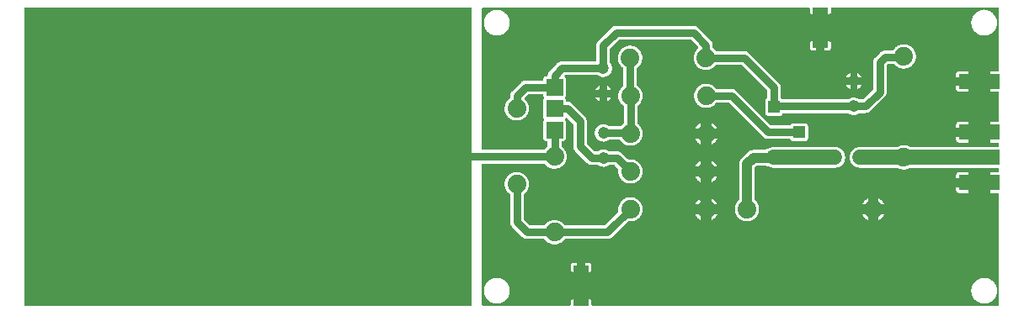
<source format=gbl>
G04 Layer: BottomLayer*
G04 EasyEDA v6.4.7, 2020-09-29T10:47:40+03:00*
G04 c168c89dab9346539a0f0a4d02725cba,e225996ff9fb4a0db64c6d6541834e49,10*
G04 Gerber Generator version 0.2*
G04 Scale: 100 percent, Rotated: No, Reflected: No *
G04 Dimensions in millimeters *
G04 leading zeros omitted , absolute positions ,3 integer and 3 decimal *
%FSLAX33Y33*%
%MOMM*%
G90*
D02*

%ADD12C,0.619760*%
%ADD13C,0.839978*%
%ADD14R,4.064000X1.524000*%
%ADD15R,1.524000X4.064000*%
%ADD16C,1.193800*%
%ADD17C,1.879600*%
%ADD19R,1.676400X1.676400*%
%ADD20C,0.799998*%
%ADD21C,1.524000*%
%ADD22C,0.999998*%

%LPD*%
G36*
G01X48417Y30998D02*
G01X47101Y30998D01*
G01X47087Y30997D01*
G01X47073Y30994D01*
G01X47059Y30989D01*
G01X47046Y30982D01*
G01X47035Y30973D01*
G01X47025Y30963D01*
G01X47016Y30951D01*
G01X47009Y30939D01*
G01X47004Y30925D01*
G01X47001Y30911D01*
G01X47000Y30897D01*
G01X47000Y29539D01*
G01X47002Y29518D01*
G01X47008Y29499D01*
G01X47002Y29480D01*
G01X47000Y29459D01*
G01X47000Y16783D01*
G01X47001Y16769D01*
G01X47004Y16754D01*
G01X47009Y16741D01*
G01X47016Y16728D01*
G01X47025Y16716D01*
G01X47035Y16706D01*
G01X47046Y16697D01*
G01X47059Y16690D01*
G01X47087Y16682D01*
G01X47101Y16681D01*
G01X53230Y16681D01*
G01X53246Y16683D01*
G01X53261Y16686D01*
G01X53276Y16692D01*
G01X53290Y16701D01*
G01X53302Y16711D01*
G01X53312Y16723D01*
G01X53345Y16767D01*
G01X53380Y16809D01*
G01X53417Y16849D01*
G01X53455Y16888D01*
G01X53495Y16925D01*
G01X53537Y16960D01*
G01X53581Y16993D01*
G01X53592Y17003D01*
G01X53603Y17015D01*
G01X53611Y17029D01*
G01X53617Y17044D01*
G01X53621Y17059D01*
G01X53622Y17075D01*
G01X53622Y17459D01*
G01X53621Y17474D01*
G01X53618Y17488D01*
G01X53613Y17502D01*
G01X53606Y17514D01*
G01X53598Y17526D01*
G01X53587Y17536D01*
G01X53576Y17545D01*
G01X53563Y17552D01*
G01X53549Y17557D01*
G01X53535Y17560D01*
G01X53521Y17561D01*
G01X53465Y17561D01*
G01X53441Y17562D01*
G01X53416Y17565D01*
G01X53392Y17571D01*
G01X53369Y17578D01*
G01X53346Y17587D01*
G01X53324Y17599D01*
G01X53303Y17612D01*
G01X53284Y17627D01*
G01X53266Y17644D01*
G01X53249Y17662D01*
G01X53234Y17681D01*
G01X53221Y17702D01*
G01X53209Y17724D01*
G01X53200Y17747D01*
G01X53193Y17770D01*
G01X53187Y17794D01*
G01X53184Y17819D01*
G01X53183Y17844D01*
G01X53183Y19520D01*
G01X53184Y19544D01*
G01X53187Y19568D01*
G01X53192Y19591D01*
G01X53199Y19614D01*
G01X53208Y19636D01*
G01X53219Y19658D01*
G01X53231Y19678D01*
G01X53246Y19697D01*
G01X53255Y19711D01*
G01X53262Y19727D01*
G01X53267Y19744D01*
G01X53268Y19761D01*
G01X53267Y19778D01*
G01X53262Y19795D01*
G01X53255Y19811D01*
G01X53246Y19825D01*
G01X53231Y19845D01*
G01X53219Y19865D01*
G01X53208Y19886D01*
G01X53199Y19909D01*
G01X53192Y19931D01*
G01X53187Y19955D01*
G01X53184Y19979D01*
G01X53183Y20003D01*
G01X53183Y21679D01*
G01X53184Y21703D01*
G01X53187Y21727D01*
G01X53192Y21750D01*
G01X53199Y21773D01*
G01X53208Y21795D01*
G01X53219Y21817D01*
G01X53231Y21837D01*
G01X53246Y21856D01*
G01X53255Y21870D01*
G01X53262Y21886D01*
G01X53267Y21903D01*
G01X53268Y21920D01*
G01X53267Y21937D01*
G01X53262Y21954D01*
G01X53255Y21970D01*
G01X53246Y21984D01*
G01X53231Y22004D01*
G01X53219Y22024D01*
G01X53208Y22045D01*
G01X53199Y22068D01*
G01X53192Y22090D01*
G01X53187Y22114D01*
G01X53184Y22138D01*
G01X53183Y22162D01*
G01X53183Y22215D01*
G01X53182Y22230D01*
G01X53179Y22244D01*
G01X53174Y22258D01*
G01X53167Y22270D01*
G01X53158Y22282D01*
G01X53148Y22292D01*
G01X53136Y22301D01*
G01X53124Y22308D01*
G01X53096Y22316D01*
G01X53081Y22317D01*
G01X51725Y22317D01*
G01X51708Y22315D01*
G01X51693Y22312D01*
G01X51678Y22306D01*
G01X51665Y22297D01*
G01X51652Y22287D01*
G01X51301Y21934D01*
G01X51291Y21922D01*
G01X51283Y21909D01*
G01X51277Y21894D01*
G01X51272Y21879D01*
G01X51271Y21863D01*
G01X51272Y21849D01*
G01X51275Y21834D01*
G01X51287Y21808D01*
G01X51296Y21797D01*
G01X51306Y21786D01*
G01X51345Y21751D01*
G01X51382Y21714D01*
G01X51417Y21676D01*
G01X51451Y21636D01*
G01X51483Y21595D01*
G01X51513Y21553D01*
G01X51542Y21509D01*
G01X51568Y21464D01*
G01X51592Y21418D01*
G01X51615Y21371D01*
G01X51636Y21323D01*
G01X51654Y21275D01*
G01X51671Y21225D01*
G01X51685Y21175D01*
G01X51697Y21124D01*
G01X51707Y21073D01*
G01X51714Y21022D01*
G01X51720Y20970D01*
G01X51724Y20918D01*
G01X51725Y20866D01*
G01X51724Y20815D01*
G01X51721Y20765D01*
G01X51715Y20714D01*
G01X51708Y20664D01*
G01X51699Y20615D01*
G01X51687Y20565D01*
G01X51674Y20517D01*
G01X51659Y20469D01*
G01X51641Y20421D01*
G01X51601Y20329D01*
G01X51577Y20284D01*
G01X51552Y20240D01*
G01X51525Y20197D01*
G01X51497Y20155D01*
G01X51467Y20115D01*
G01X51435Y20076D01*
G01X51401Y20038D01*
G01X51366Y20001D01*
G01X51330Y19966D01*
G01X51292Y19933D01*
G01X51253Y19901D01*
G01X51213Y19871D01*
G01X51171Y19842D01*
G01X51128Y19816D01*
G01X51084Y19791D01*
G01X51039Y19767D01*
G01X50993Y19746D01*
G01X50947Y19727D01*
G01X50899Y19709D01*
G01X50851Y19694D01*
G01X50803Y19681D01*
G01X50753Y19669D01*
G01X50703Y19660D01*
G01X50654Y19652D01*
G01X50603Y19647D01*
G01X50553Y19644D01*
G01X50502Y19643D01*
G01X50452Y19644D01*
G01X50401Y19647D01*
G01X50351Y19652D01*
G01X50301Y19660D01*
G01X50251Y19669D01*
G01X50202Y19681D01*
G01X50153Y19694D01*
G01X50106Y19709D01*
G01X50058Y19727D01*
G01X50012Y19746D01*
G01X49965Y19767D01*
G01X49921Y19791D01*
G01X49876Y19816D01*
G01X49834Y19842D01*
G01X49792Y19871D01*
G01X49751Y19901D01*
G01X49712Y19933D01*
G01X49674Y19966D01*
G01X49638Y20001D01*
G01X49603Y20038D01*
G01X49570Y20076D01*
G01X49538Y20115D01*
G01X49508Y20155D01*
G01X49479Y20197D01*
G01X49452Y20240D01*
G01X49427Y20284D01*
G01X49404Y20329D01*
G01X49383Y20375D01*
G01X49364Y20421D01*
G01X49346Y20469D01*
G01X49331Y20517D01*
G01X49318Y20565D01*
G01X49306Y20615D01*
G01X49297Y20664D01*
G01X49289Y20714D01*
G01X49284Y20765D01*
G01X49281Y20815D01*
G01X49280Y20866D01*
G01X49281Y20917D01*
G01X49285Y20970D01*
G01X49290Y21022D01*
G01X49298Y21073D01*
G01X49308Y21124D01*
G01X49320Y21174D01*
G01X49334Y21225D01*
G01X49350Y21274D01*
G01X49369Y21323D01*
G01X49389Y21371D01*
G01X49412Y21417D01*
G01X49436Y21464D01*
G01X49462Y21508D01*
G01X49491Y21552D01*
G01X49521Y21595D01*
G01X49553Y21636D01*
G01X49587Y21675D01*
G01X49622Y21713D01*
G01X49659Y21750D01*
G01X49697Y21785D01*
G01X49737Y21819D01*
G01X49778Y21851D01*
G01X49791Y21861D01*
G01X49801Y21873D01*
G01X49809Y21886D01*
G01X49815Y21901D01*
G01X49819Y21917D01*
G01X49820Y21932D01*
G01X49820Y22100D01*
G01X49821Y22138D01*
G01X49824Y22176D01*
G01X49830Y22214D01*
G01X49837Y22251D01*
G01X49846Y22289D01*
G01X49858Y22325D01*
G01X49871Y22361D01*
G01X49887Y22396D01*
G01X49905Y22430D01*
G01X49924Y22463D01*
G01X49968Y22525D01*
G01X49993Y22554D01*
G01X50019Y22582D01*
G01X50916Y23481D01*
G01X50944Y23508D01*
G01X50973Y23532D01*
G01X51003Y23555D01*
G01X51035Y23577D01*
G01X51068Y23596D01*
G01X51102Y23614D01*
G01X51137Y23630D01*
G01X51173Y23643D01*
G01X51209Y23655D01*
G01X51247Y23665D01*
G01X51285Y23672D01*
G01X51322Y23677D01*
G01X51361Y23680D01*
G01X51399Y23681D01*
G01X53081Y23681D01*
G01X53096Y23682D01*
G01X53110Y23686D01*
G01X53124Y23691D01*
G01X53136Y23698D01*
G01X53148Y23706D01*
G01X53158Y23716D01*
G01X53167Y23728D01*
G01X53174Y23741D01*
G01X53179Y23755D01*
G01X53182Y23769D01*
G01X53183Y23783D01*
G01X53183Y23838D01*
G01X53184Y23862D01*
G01X53187Y23887D01*
G01X53193Y23911D01*
G01X53200Y23934D01*
G01X53209Y23957D01*
G01X53221Y23979D01*
G01X53234Y24000D01*
G01X53249Y24019D01*
G01X53266Y24038D01*
G01X53284Y24054D01*
G01X53303Y24069D01*
G01X53324Y24083D01*
G01X53346Y24094D01*
G01X53369Y24103D01*
G01X53392Y24111D01*
G01X53416Y24116D01*
G01X53441Y24119D01*
G01X53465Y24120D01*
G01X53521Y24120D01*
G01X53537Y24121D01*
G01X53552Y24125D01*
G01X53567Y24131D01*
G01X53580Y24139D01*
G01X53592Y24149D01*
G01X53602Y24161D01*
G01X53611Y24174D01*
G01X53617Y24189D01*
G01X53621Y24204D01*
G01X53622Y24219D01*
G01X53624Y24260D01*
G01X53629Y24299D01*
G01X53636Y24338D01*
G01X53645Y24377D01*
G01X53656Y24416D01*
G01X53670Y24454D01*
G01X53685Y24490D01*
G01X53703Y24526D01*
G01X53745Y24594D01*
G01X53769Y24626D01*
G01X53795Y24657D01*
G01X53822Y24686D01*
G01X54518Y25382D01*
G01X54546Y25408D01*
G01X54575Y25433D01*
G01X54606Y25456D01*
G01X54637Y25477D01*
G01X54670Y25497D01*
G01X54704Y25514D01*
G01X54740Y25530D01*
G01X54775Y25543D01*
G01X54812Y25555D01*
G01X54849Y25565D01*
G01X54886Y25572D01*
G01X54924Y25577D01*
G01X54963Y25580D01*
G01X55001Y25581D01*
G01X58415Y25581D01*
G01X58430Y25582D01*
G01X58444Y25586D01*
G01X58458Y25591D01*
G01X58470Y25598D01*
G01X58482Y25606D01*
G01X58492Y25616D01*
G01X58501Y25628D01*
G01X58508Y25641D01*
G01X58516Y25669D01*
G01X58517Y25683D01*
G01X58517Y27198D01*
G01X58518Y27236D01*
G01X58521Y27274D01*
G01X58527Y27312D01*
G01X58534Y27350D01*
G01X58543Y27387D01*
G01X58555Y27423D01*
G01X58569Y27459D01*
G01X58585Y27494D01*
G01X58602Y27528D01*
G01X58622Y27561D01*
G01X58643Y27593D01*
G01X58666Y27624D01*
G01X58690Y27652D01*
G01X58717Y27680D01*
G01X60007Y28971D01*
G01X60035Y28997D01*
G01X60064Y29022D01*
G01X60095Y29045D01*
G01X60126Y29066D01*
G01X60159Y29086D01*
G01X60193Y29103D01*
G01X60228Y29119D01*
G01X60264Y29132D01*
G01X60301Y29144D01*
G01X60338Y29154D01*
G01X60375Y29161D01*
G01X60413Y29166D01*
G01X60452Y29169D01*
G01X60490Y29170D01*
G01X68280Y29170D01*
G01X68318Y29169D01*
G01X68356Y29166D01*
G01X68394Y29161D01*
G01X68432Y29154D01*
G01X68469Y29144D01*
G01X68505Y29132D01*
G01X68541Y29119D01*
G01X68576Y29103D01*
G01X68610Y29086D01*
G01X68643Y29066D01*
G01X68674Y29045D01*
G01X68705Y29022D01*
G01X68734Y28997D01*
G01X68762Y28971D01*
G01X70004Y27729D01*
G01X70031Y27701D01*
G01X70055Y27672D01*
G01X70079Y27641D01*
G01X70099Y27609D01*
G01X70119Y27576D01*
G01X70137Y27542D01*
G01X70152Y27507D01*
G01X70166Y27472D01*
G01X70178Y27435D01*
G01X70187Y27398D01*
G01X70194Y27360D01*
G01X70200Y27322D01*
G01X70203Y27284D01*
G01X70204Y27246D01*
G01X70204Y27028D01*
G01X70206Y27012D01*
G01X70209Y26996D01*
G01X70215Y26981D01*
G01X70223Y26968D01*
G01X70234Y26956D01*
G01X70246Y26946D01*
G01X70289Y26912D01*
G01X70331Y26877D01*
G01X70372Y26839D01*
G01X70410Y26800D01*
G01X70447Y26759D01*
G01X70482Y26717D01*
G01X70515Y26673D01*
G01X70526Y26661D01*
G01X70538Y26650D01*
G01X70552Y26642D01*
G01X70566Y26635D01*
G01X70582Y26632D01*
G01X70598Y26630D01*
G01X73360Y26630D01*
G01X73398Y26629D01*
G01X73436Y26626D01*
G01X73474Y26621D01*
G01X73512Y26614D01*
G01X73549Y26604D01*
G01X73585Y26592D01*
G01X73621Y26579D01*
G01X73656Y26563D01*
G01X73690Y26546D01*
G01X73723Y26526D01*
G01X73754Y26505D01*
G01X73785Y26482D01*
G01X73814Y26457D01*
G01X73842Y26431D01*
G01X76847Y23426D01*
G01X76874Y23398D01*
G01X76898Y23369D01*
G01X76921Y23338D01*
G01X76942Y23307D01*
G01X76962Y23274D01*
G01X76979Y23239D01*
G01X76995Y23204D01*
G01X77009Y23169D01*
G01X77020Y23132D01*
G01X77030Y23095D01*
G01X77037Y23058D01*
G01X77043Y23020D01*
G01X77046Y22981D01*
G01X77047Y22943D01*
G01X77047Y21957D01*
G01X77048Y21941D01*
G01X77052Y21925D01*
G01X77058Y21911D01*
G01X77066Y21897D01*
G01X77076Y21885D01*
G01X77088Y21875D01*
G01X77102Y21866D01*
G01X77125Y21853D01*
G01X77147Y21836D01*
G01X77168Y21818D01*
G01X77187Y21798D01*
G01X77197Y21787D01*
G01X77209Y21778D01*
G01X77222Y21771D01*
G01X77236Y21766D01*
G01X77250Y21763D01*
G01X77265Y21761D01*
G01X83797Y21761D01*
G01X83813Y21763D01*
G01X83829Y21767D01*
G01X83844Y21773D01*
G01X83858Y21782D01*
G01X83893Y21807D01*
G01X83930Y21831D01*
G01X83967Y21852D01*
G01X84006Y21872D01*
G01X84046Y21890D01*
G01X84087Y21906D01*
G01X84128Y21920D01*
G01X84170Y21931D01*
G01X84213Y21941D01*
G01X84255Y21949D01*
G01X84299Y21954D01*
G01X84342Y21957D01*
G01X84386Y21958D01*
G01X84430Y21957D01*
G01X84473Y21954D01*
G01X84516Y21949D01*
G01X84559Y21941D01*
G01X84602Y21931D01*
G01X84644Y21920D01*
G01X84685Y21906D01*
G01X84726Y21890D01*
G01X84765Y21872D01*
G01X84805Y21852D01*
G01X84842Y21831D01*
G01X84879Y21807D01*
G01X84914Y21782D01*
G01X84928Y21773D01*
G01X84943Y21767D01*
G01X84959Y21763D01*
G01X84975Y21761D01*
G01X85255Y21761D01*
G01X85271Y21763D01*
G01X85287Y21766D01*
G01X85301Y21772D01*
G01X85315Y21781D01*
G01X85327Y21791D01*
G01X86287Y22752D01*
G01X86298Y22764D01*
G01X86306Y22777D01*
G01X86312Y22792D01*
G01X86316Y22808D01*
G01X86317Y22823D01*
G01X86317Y25499D01*
G01X86318Y25537D01*
G01X86321Y25575D01*
G01X86327Y25613D01*
G01X86334Y25650D01*
G01X86344Y25688D01*
G01X86355Y25724D01*
G01X86369Y25760D01*
G01X86385Y25795D01*
G01X86402Y25829D01*
G01X86422Y25862D01*
G01X86443Y25893D01*
G01X86466Y25924D01*
G01X86491Y25953D01*
G01X86517Y25981D01*
G01X87017Y26482D01*
G01X87045Y26508D01*
G01X87074Y26532D01*
G01X87105Y26556D01*
G01X87137Y26577D01*
G01X87170Y26596D01*
G01X87204Y26614D01*
G01X87239Y26629D01*
G01X87274Y26643D01*
G01X87311Y26655D01*
G01X87348Y26664D01*
G01X87386Y26672D01*
G01X87424Y26677D01*
G01X87462Y26680D01*
G01X87500Y26681D01*
G01X88281Y26681D01*
G01X88296Y26683D01*
G01X88310Y26686D01*
G01X88324Y26691D01*
G01X88337Y26698D01*
G01X88349Y26708D01*
G01X88359Y26718D01*
G01X88368Y26730D01*
G01X88395Y26773D01*
G01X88453Y26855D01*
G01X88485Y26894D01*
G01X88519Y26931D01*
G01X88554Y26967D01*
G01X88590Y27002D01*
G01X88628Y27035D01*
G01X88667Y27067D01*
G01X88707Y27097D01*
G01X88749Y27125D01*
G01X88792Y27152D01*
G01X88836Y27176D01*
G01X88881Y27199D01*
G01X88926Y27220D01*
G01X88973Y27239D01*
G01X89020Y27257D01*
G01X89068Y27272D01*
G01X89116Y27285D01*
G01X89165Y27296D01*
G01X89215Y27306D01*
G01X89265Y27313D01*
G01X89315Y27318D01*
G01X89365Y27321D01*
G01X89415Y27322D01*
G01X89465Y27321D01*
G01X89516Y27318D01*
G01X89567Y27313D01*
G01X89616Y27306D01*
G01X89666Y27296D01*
G01X89715Y27285D01*
G01X89764Y27271D01*
G01X89812Y27256D01*
G01X89860Y27238D01*
G01X89906Y27219D01*
G01X89952Y27198D01*
G01X89997Y27175D01*
G01X90041Y27150D01*
G01X90084Y27123D01*
G01X90125Y27095D01*
G01X90166Y27065D01*
G01X90205Y27033D01*
G01X90243Y26999D01*
G01X90279Y26964D01*
G01X90314Y26928D01*
G01X90348Y26890D01*
G01X90380Y26851D01*
G01X90410Y26810D01*
G01X90438Y26769D01*
G01X90465Y26726D01*
G01X90490Y26682D01*
G01X90513Y26637D01*
G01X90534Y26591D01*
G01X90554Y26545D01*
G01X90571Y26497D01*
G01X90587Y26449D01*
G01X90600Y26400D01*
G01X90611Y26351D01*
G01X90621Y26301D01*
G01X90628Y26251D01*
G01X90633Y26201D01*
G01X90636Y26150D01*
G01X90637Y26100D01*
G01X90636Y26050D01*
G01X90633Y25999D01*
G01X90628Y25949D01*
G01X90621Y25899D01*
G01X90611Y25849D01*
G01X90600Y25800D01*
G01X90587Y25751D01*
G01X90571Y25703D01*
G01X90554Y25656D01*
G01X90534Y25609D01*
G01X90513Y25563D01*
G01X90490Y25518D01*
G01X90465Y25474D01*
G01X90438Y25432D01*
G01X90410Y25390D01*
G01X90380Y25349D01*
G01X90348Y25310D01*
G01X90314Y25272D01*
G01X90279Y25236D01*
G01X90243Y25201D01*
G01X90205Y25167D01*
G01X90166Y25135D01*
G01X90125Y25105D01*
G01X90084Y25077D01*
G01X90041Y25050D01*
G01X89997Y25025D01*
G01X89952Y25002D01*
G01X89906Y24981D01*
G01X89860Y24962D01*
G01X89812Y24944D01*
G01X89764Y24929D01*
G01X89715Y24915D01*
G01X89666Y24904D01*
G01X89616Y24895D01*
G01X89567Y24887D01*
G01X89516Y24882D01*
G01X89465Y24879D01*
G01X89415Y24878D01*
G01X89364Y24879D01*
G01X89313Y24882D01*
G01X89262Y24887D01*
G01X89211Y24895D01*
G01X89161Y24905D01*
G01X89111Y24916D01*
G01X89062Y24930D01*
G01X89013Y24946D01*
G01X88965Y24964D01*
G01X88918Y24983D01*
G01X88871Y25005D01*
G01X88826Y25029D01*
G01X88782Y25055D01*
G01X88738Y25083D01*
G01X88696Y25111D01*
G01X88655Y25142D01*
G01X88616Y25175D01*
G01X88578Y25210D01*
G01X88541Y25246D01*
G01X88506Y25283D01*
G01X88494Y25294D01*
G01X88480Y25304D01*
G01X88464Y25311D01*
G01X88448Y25315D01*
G01X88431Y25317D01*
G01X87825Y25317D01*
G01X87809Y25315D01*
G01X87793Y25312D01*
G01X87778Y25306D01*
G01X87765Y25297D01*
G01X87753Y25287D01*
G01X87712Y25246D01*
G01X87702Y25233D01*
G01X87693Y25220D01*
G01X87687Y25205D01*
G01X87683Y25190D01*
G01X87682Y25174D01*
G01X87682Y22499D01*
G01X87681Y22461D01*
G01X87678Y22423D01*
G01X87672Y22385D01*
G01X87665Y22347D01*
G01X87655Y22310D01*
G01X87644Y22273D01*
G01X87630Y22238D01*
G01X87614Y22203D01*
G01X87597Y22169D01*
G01X87577Y22136D01*
G01X87556Y22104D01*
G01X87533Y22073D01*
G01X87509Y22044D01*
G01X87482Y22016D01*
G01X86062Y20596D01*
G01X86034Y20570D01*
G01X86005Y20546D01*
G01X85974Y20522D01*
G01X85943Y20501D01*
G01X85910Y20482D01*
G01X85876Y20464D01*
G01X85841Y20449D01*
G01X85805Y20435D01*
G01X85769Y20423D01*
G01X85732Y20413D01*
G01X85694Y20406D01*
G01X85656Y20401D01*
G01X85618Y20398D01*
G01X85580Y20397D01*
G01X84975Y20397D01*
G01X84959Y20395D01*
G01X84943Y20391D01*
G01X84928Y20385D01*
G01X84914Y20376D01*
G01X84879Y20351D01*
G01X84842Y20327D01*
G01X84805Y20306D01*
G01X84765Y20286D01*
G01X84726Y20268D01*
G01X84685Y20252D01*
G01X84644Y20238D01*
G01X84602Y20227D01*
G01X84559Y20217D01*
G01X84516Y20209D01*
G01X84473Y20204D01*
G01X84430Y20201D01*
G01X84386Y20200D01*
G01X84342Y20201D01*
G01X84299Y20204D01*
G01X84255Y20209D01*
G01X84213Y20217D01*
G01X84170Y20227D01*
G01X84128Y20238D01*
G01X84087Y20252D01*
G01X84046Y20268D01*
G01X84006Y20286D01*
G01X83967Y20306D01*
G01X83930Y20327D01*
G01X83893Y20351D01*
G01X83858Y20376D01*
G01X83844Y20385D01*
G01X83829Y20391D01*
G01X83813Y20395D01*
G01X83797Y20397D01*
G01X77338Y20397D01*
G01X77324Y20396D01*
G01X77310Y20393D01*
G01X77296Y20388D01*
G01X77272Y20372D01*
G01X77262Y20362D01*
G01X77253Y20350D01*
G01X77246Y20337D01*
G01X77241Y20324D01*
G01X77233Y20301D01*
G01X77223Y20279D01*
G01X77212Y20258D01*
G01X77198Y20238D01*
G01X77183Y20219D01*
G01X77167Y20202D01*
G01X77148Y20186D01*
G01X77129Y20171D01*
G01X77109Y20158D01*
G01X77087Y20148D01*
G01X77065Y20139D01*
G01X77042Y20132D01*
G01X77018Y20126D01*
G01X76995Y20123D01*
G01X76971Y20122D01*
G01X75759Y20122D01*
G01X75734Y20123D01*
G01X75710Y20126D01*
G01X75686Y20132D01*
G01X75662Y20140D01*
G01X75640Y20149D01*
G01X75617Y20160D01*
G01X75577Y20188D01*
G01X75559Y20205D01*
G01X75543Y20223D01*
G01X75527Y20243D01*
G01X75514Y20264D01*
G01X75503Y20285D01*
G01X75493Y20308D01*
G01X75486Y20332D01*
G01X75481Y20356D01*
G01X75478Y20380D01*
G01X75476Y20405D01*
G01X75476Y21616D01*
G01X75478Y21642D01*
G01X75481Y21667D01*
G01X75487Y21692D01*
G01X75495Y21717D01*
G01X75505Y21740D01*
G01X75517Y21763D01*
G01X75531Y21784D01*
G01X75547Y21804D01*
G01X75566Y21822D01*
G01X75585Y21839D01*
G01X75606Y21854D01*
G01X75627Y21866D01*
G01X75641Y21875D01*
G01X75653Y21885D01*
G01X75663Y21897D01*
G01X75671Y21911D01*
G01X75677Y21925D01*
G01X75681Y21941D01*
G01X75682Y21957D01*
G01X75682Y22619D01*
G01X75681Y22634D01*
G01X75677Y22650D01*
G01X75671Y22665D01*
G01X75663Y22678D01*
G01X75652Y22690D01*
G01X73107Y25236D01*
G01X73095Y25246D01*
G01X73081Y25255D01*
G01X73067Y25261D01*
G01X73051Y25264D01*
G01X73035Y25266D01*
G01X70579Y25266D01*
G01X70563Y25264D01*
G01X70548Y25261D01*
G01X70534Y25255D01*
G01X70521Y25247D01*
G01X70508Y25237D01*
G01X70498Y25225D01*
G01X70466Y25185D01*
G01X70433Y25146D01*
G01X70398Y25108D01*
G01X70361Y25072D01*
G01X70323Y25038D01*
G01X70283Y25005D01*
G01X70243Y24974D01*
G01X70201Y24944D01*
G01X70157Y24917D01*
G01X70113Y24891D01*
G01X70067Y24867D01*
G01X70021Y24845D01*
G01X69973Y24825D01*
G01X69925Y24807D01*
G01X69876Y24791D01*
G01X69827Y24777D01*
G01X69777Y24766D01*
G01X69727Y24756D01*
G01X69676Y24748D01*
G01X69624Y24743D01*
G01X69573Y24740D01*
G01X69522Y24739D01*
G01X69472Y24740D01*
G01X69421Y24743D01*
G01X69370Y24748D01*
G01X69321Y24755D01*
G01X69271Y24765D01*
G01X69222Y24776D01*
G01X69173Y24789D01*
G01X69125Y24805D01*
G01X69077Y24822D01*
G01X69031Y24842D01*
G01X68985Y24863D01*
G01X68940Y24886D01*
G01X68896Y24911D01*
G01X68853Y24938D01*
G01X68812Y24966D01*
G01X68771Y24996D01*
G01X68732Y25028D01*
G01X68694Y25062D01*
G01X68658Y25097D01*
G01X68623Y25133D01*
G01X68589Y25171D01*
G01X68557Y25210D01*
G01X68527Y25251D01*
G01X68499Y25292D01*
G01X68472Y25335D01*
G01X68447Y25379D01*
G01X68424Y25424D01*
G01X68403Y25470D01*
G01X68383Y25516D01*
G01X68366Y25564D01*
G01X68350Y25612D01*
G01X68337Y25661D01*
G01X68326Y25710D01*
G01X68316Y25760D01*
G01X68309Y25809D01*
G01X68304Y25860D01*
G01X68301Y25911D01*
G01X68300Y25961D01*
G01X68301Y26012D01*
G01X68304Y26063D01*
G01X68309Y26114D01*
G01X68317Y26165D01*
G01X68327Y26215D01*
G01X68338Y26265D01*
G01X68352Y26314D01*
G01X68368Y26363D01*
G01X68385Y26411D01*
G01X68405Y26458D01*
G01X68427Y26504D01*
G01X68451Y26550D01*
G01X68476Y26594D01*
G01X68504Y26637D01*
G01X68533Y26679D01*
G01X68564Y26720D01*
G01X68597Y26759D01*
G01X68631Y26798D01*
G01X68667Y26834D01*
G01X68704Y26869D01*
G01X68743Y26903D01*
G01X68754Y26913D01*
G01X68763Y26925D01*
G01X68770Y26938D01*
G01X68776Y26951D01*
G01X68779Y26966D01*
G01X68780Y26981D01*
G01X68779Y26997D01*
G01X68775Y27012D01*
G01X68768Y27027D01*
G01X68760Y27041D01*
G01X68750Y27053D01*
G01X68027Y27776D01*
G01X68015Y27786D01*
G01X68001Y27795D01*
G01X67987Y27801D01*
G01X67971Y27804D01*
G01X67955Y27806D01*
G01X60814Y27806D01*
G01X60798Y27804D01*
G01X60783Y27801D01*
G01X60768Y27795D01*
G01X60755Y27786D01*
G01X60743Y27776D01*
G01X59911Y26945D01*
G01X59901Y26933D01*
G01X59893Y26919D01*
G01X59887Y26905D01*
G01X59883Y26889D01*
G01X59882Y26873D01*
G01X59882Y25510D01*
G01X59883Y25493D01*
G01X59887Y25477D01*
G01X59894Y25461D01*
G01X59903Y25447D01*
G01X59930Y25411D01*
G01X59955Y25374D01*
G01X59978Y25335D01*
G01X59998Y25296D01*
G01X60017Y25255D01*
G01X60033Y25214D01*
G01X60048Y25171D01*
G01X60060Y25128D01*
G01X60071Y25085D01*
G01X60079Y25040D01*
G01X60084Y24996D01*
G01X60088Y24951D01*
G01X60089Y24907D01*
G01X60088Y24864D01*
G01X60085Y24820D01*
G01X60079Y24778D01*
G01X60072Y24735D01*
G01X60062Y24693D01*
G01X60051Y24652D01*
G01X60037Y24611D01*
G01X60022Y24570D01*
G01X60004Y24531D01*
G01X59985Y24492D01*
G01X59964Y24455D01*
G01X59940Y24418D01*
G01X59916Y24383D01*
G01X59889Y24349D01*
G01X59861Y24316D01*
G01X59831Y24285D01*
G01X59800Y24255D01*
G01X59767Y24227D01*
G01X59733Y24201D01*
G01X59698Y24176D01*
G01X59662Y24152D01*
G01X59624Y24131D01*
G01X59585Y24112D01*
G01X59546Y24094D01*
G01X59506Y24079D01*
G01X59464Y24065D01*
G01X59423Y24054D01*
G01X59381Y24044D01*
G01X59338Y24037D01*
G01X59296Y24031D01*
G01X59253Y24028D01*
G01X59209Y24027D01*
G01X59167Y24028D01*
G01X59124Y24031D01*
G01X59082Y24037D01*
G01X59040Y24044D01*
G01X58998Y24053D01*
G01X58956Y24064D01*
G01X58916Y24078D01*
G01X58876Y24093D01*
G01X58837Y24110D01*
G01X58799Y24129D01*
G01X58761Y24150D01*
G01X58725Y24173D01*
G01X58690Y24197D01*
G01X58677Y24206D01*
G01X58662Y24212D01*
G01X58646Y24215D01*
G01X58630Y24217D01*
G01X55408Y24217D01*
G01X55393Y24216D01*
G01X55365Y24208D01*
G01X55353Y24201D01*
G01X55341Y24192D01*
G01X55331Y24182D01*
G01X55322Y24170D01*
G01X55315Y24157D01*
G01X55310Y24144D01*
G01X55307Y24130D01*
G01X55306Y24115D01*
G01X55307Y24099D01*
G01X55312Y24083D01*
G01X55318Y24068D01*
G01X55326Y24054D01*
G01X55337Y24042D01*
G01X55355Y24023D01*
G01X55370Y24004D01*
G01X55385Y23983D01*
G01X55407Y23937D01*
G01X55414Y23913D01*
G01X55420Y23888D01*
G01X55423Y23863D01*
G01X55424Y23838D01*
G01X55424Y22162D01*
G01X55423Y22138D01*
G01X55420Y22114D01*
G01X55415Y22090D01*
G01X55408Y22068D01*
G01X55399Y22045D01*
G01X55388Y22024D01*
G01X55376Y22004D01*
G01X55362Y21984D01*
G01X55352Y21970D01*
G01X55345Y21954D01*
G01X55341Y21937D01*
G01X55339Y21920D01*
G01X55341Y21903D01*
G01X55345Y21886D01*
G01X55352Y21870D01*
G01X55362Y21856D01*
G01X55376Y21837D01*
G01X55388Y21817D01*
G01X55399Y21795D01*
G01X55408Y21773D01*
G01X55415Y21750D01*
G01X55420Y21727D01*
G01X55423Y21703D01*
G01X55424Y21679D01*
G01X55424Y21652D01*
G01X55425Y21638D01*
G01X55428Y21624D01*
G01X55433Y21610D01*
G01X55441Y21597D01*
G01X55449Y21585D01*
G01X55459Y21575D01*
G01X55471Y21567D01*
G01X55484Y21560D01*
G01X55497Y21555D01*
G01X55512Y21551D01*
G01X55526Y21550D01*
G01X55580Y21550D01*
G01X55618Y21549D01*
G01X55656Y21546D01*
G01X55694Y21541D01*
G01X55732Y21534D01*
G01X55769Y21524D01*
G01X55805Y21512D01*
G01X55841Y21499D01*
G01X55876Y21483D01*
G01X55910Y21466D01*
G01X55943Y21446D01*
G01X55974Y21425D01*
G01X56005Y21402D01*
G01X56034Y21377D01*
G01X56062Y21351D01*
G01X57332Y20081D01*
G01X57359Y20053D01*
G01X57383Y20024D01*
G01X57407Y19993D01*
G01X57427Y19961D01*
G01X57447Y19928D01*
G01X57464Y19894D01*
G01X57480Y19859D01*
G01X57494Y19824D01*
G01X57506Y19787D01*
G01X57515Y19750D01*
G01X57522Y19712D01*
G01X57528Y19674D01*
G01X57531Y19636D01*
G01X57532Y19598D01*
G01X57532Y17383D01*
G01X57534Y17367D01*
G01X57537Y17351D01*
G01X57543Y17337D01*
G01X57552Y17323D01*
G01X57562Y17311D01*
G01X58304Y16569D01*
G01X58316Y16559D01*
G01X58330Y16550D01*
G01X58344Y16544D01*
G01X58360Y16540D01*
G01X58376Y16539D01*
G01X58630Y16539D01*
G01X58647Y16540D01*
G01X58662Y16545D01*
G01X58678Y16551D01*
G01X58691Y16560D01*
G01X58727Y16585D01*
G01X58763Y16609D01*
G01X58801Y16630D01*
G01X58840Y16650D01*
G01X58880Y16668D01*
G01X58920Y16684D01*
G01X58962Y16697D01*
G01X59004Y16709D01*
G01X59046Y16719D01*
G01X59089Y16726D01*
G01X59133Y16731D01*
G01X59176Y16735D01*
G01X59220Y16736D01*
G01X59263Y16735D01*
G01X59306Y16731D01*
G01X59350Y16726D01*
G01X59393Y16719D01*
G01X59436Y16709D01*
G01X59478Y16697D01*
G01X59519Y16684D01*
G01X59559Y16668D01*
G01X59599Y16650D01*
G01X59638Y16630D01*
G01X59676Y16609D01*
G01X59712Y16585D01*
G01X59748Y16560D01*
G01X59762Y16551D01*
G01X59777Y16545D01*
G01X59793Y16540D01*
G01X59809Y16539D01*
G01X60591Y16539D01*
G01X60629Y16538D01*
G01X60667Y16535D01*
G01X60706Y16529D01*
G01X60743Y16522D01*
G01X60780Y16513D01*
G01X60817Y16501D01*
G01X60852Y16487D01*
G01X60887Y16471D01*
G01X60921Y16454D01*
G01X60954Y16434D01*
G01X60986Y16413D01*
G01X61017Y16390D01*
G01X61046Y16366D01*
G01X61074Y16339D01*
G01X61658Y15755D01*
G01X61670Y15744D01*
G01X61684Y15736D01*
G01X61699Y15730D01*
G01X61714Y15727D01*
G01X61730Y15725D01*
G01X61745Y15726D01*
G01X61806Y15734D01*
G01X61868Y15739D01*
G01X61930Y15740D01*
G01X61980Y15739D01*
G01X62031Y15736D01*
G01X62081Y15731D01*
G01X62131Y15724D01*
G01X62181Y15714D01*
G01X62230Y15703D01*
G01X62279Y15690D01*
G01X62327Y15674D01*
G01X62374Y15657D01*
G01X62421Y15637D01*
G01X62467Y15616D01*
G01X62511Y15593D01*
G01X62556Y15568D01*
G01X62598Y15541D01*
G01X62640Y15513D01*
G01X62681Y15483D01*
G01X62720Y15451D01*
G01X62758Y15417D01*
G01X62794Y15382D01*
G01X62829Y15346D01*
G01X62862Y15308D01*
G01X62894Y15269D01*
G01X62924Y15228D01*
G01X62953Y15187D01*
G01X62980Y15144D01*
G01X63005Y15100D01*
G01X63028Y15055D01*
G01X63049Y15009D01*
G01X63068Y14963D01*
G01X63086Y14915D01*
G01X63101Y14867D01*
G01X63114Y14818D01*
G01X63126Y14769D01*
G01X63135Y14719D01*
G01X63143Y14670D01*
G01X63148Y14619D01*
G01X63151Y14568D01*
G01X63152Y14518D01*
G01X63151Y14468D01*
G01X63148Y14417D01*
G01X63143Y14367D01*
G01X63135Y14317D01*
G01X63126Y14267D01*
G01X63114Y14218D01*
G01X63101Y14169D01*
G01X63086Y14121D01*
G01X63068Y14074D01*
G01X63049Y14027D01*
G01X63028Y13981D01*
G01X63005Y13936D01*
G01X62980Y13892D01*
G01X62953Y13850D01*
G01X62924Y13808D01*
G01X62894Y13767D01*
G01X62862Y13728D01*
G01X62829Y13690D01*
G01X62794Y13654D01*
G01X62758Y13619D01*
G01X62720Y13585D01*
G01X62681Y13553D01*
G01X62640Y13523D01*
G01X62598Y13495D01*
G01X62556Y13468D01*
G01X62511Y13443D01*
G01X62467Y13420D01*
G01X62421Y13399D01*
G01X62374Y13380D01*
G01X62327Y13362D01*
G01X62279Y13347D01*
G01X62230Y13333D01*
G01X62181Y13322D01*
G01X62131Y13313D01*
G01X62081Y13305D01*
G01X62031Y13300D01*
G01X61980Y13297D01*
G01X61930Y13296D01*
G01X61879Y13297D01*
G01X61829Y13300D01*
G01X61778Y13305D01*
G01X61729Y13313D01*
G01X61679Y13322D01*
G01X61630Y13333D01*
G01X61581Y13347D01*
G01X61533Y13362D01*
G01X61485Y13380D01*
G01X61439Y13399D01*
G01X61393Y13420D01*
G01X61348Y13443D01*
G01X61304Y13468D01*
G01X61261Y13495D01*
G01X61220Y13523D01*
G01X61179Y13553D01*
G01X61140Y13585D01*
G01X61102Y13619D01*
G01X61066Y13654D01*
G01X61031Y13690D01*
G01X60997Y13728D01*
G01X60965Y13767D01*
G01X60935Y13808D01*
G01X60907Y13850D01*
G01X60880Y13892D01*
G01X60855Y13936D01*
G01X60831Y13981D01*
G01X60811Y14027D01*
G01X60791Y14074D01*
G01X60774Y14121D01*
G01X60758Y14169D01*
G01X60745Y14218D01*
G01X60733Y14267D01*
G01X60724Y14317D01*
G01X60717Y14367D01*
G01X60712Y14417D01*
G01X60709Y14468D01*
G01X60708Y14518D01*
G01X60709Y14580D01*
G01X60714Y14642D01*
G01X60722Y14703D01*
G01X60723Y14718D01*
G01X60721Y14734D01*
G01X60718Y14749D01*
G01X60712Y14764D01*
G01X60703Y14778D01*
G01X60693Y14790D01*
G01X60338Y15145D01*
G01X60326Y15155D01*
G01X60313Y15163D01*
G01X60298Y15169D01*
G01X60282Y15173D01*
G01X60267Y15174D01*
G01X59809Y15174D01*
G01X59793Y15173D01*
G01X59777Y15169D01*
G01X59762Y15163D01*
G01X59748Y15154D01*
G01X59712Y15129D01*
G01X59676Y15105D01*
G01X59638Y15084D01*
G01X59599Y15064D01*
G01X59559Y15045D01*
G01X59519Y15030D01*
G01X59478Y15016D01*
G01X59436Y15004D01*
G01X59393Y14995D01*
G01X59350Y14987D01*
G01X59306Y14982D01*
G01X59263Y14978D01*
G01X59220Y14977D01*
G01X59176Y14978D01*
G01X59133Y14982D01*
G01X59089Y14987D01*
G01X59046Y14995D01*
G01X59004Y15004D01*
G01X58962Y15016D01*
G01X58920Y15030D01*
G01X58880Y15045D01*
G01X58840Y15064D01*
G01X58801Y15084D01*
G01X58763Y15105D01*
G01X58727Y15129D01*
G01X58691Y15154D01*
G01X58678Y15163D01*
G01X58662Y15169D01*
G01X58647Y15173D01*
G01X58630Y15174D01*
G01X58051Y15174D01*
G01X58013Y15175D01*
G01X57975Y15179D01*
G01X57937Y15184D01*
G01X57899Y15191D01*
G01X57862Y15201D01*
G01X57826Y15213D01*
G01X57790Y15226D01*
G01X57755Y15242D01*
G01X57721Y15259D01*
G01X57688Y15279D01*
G01X57656Y15300D01*
G01X57625Y15323D01*
G01X57597Y15348D01*
G01X57569Y15374D01*
G01X56367Y16576D01*
G01X56341Y16603D01*
G01X56316Y16632D01*
G01X56293Y16663D01*
G01X56272Y16695D01*
G01X56252Y16728D01*
G01X56235Y16762D01*
G01X56219Y16797D01*
G01X56206Y16833D01*
G01X56194Y16869D01*
G01X56184Y16906D01*
G01X56177Y16944D01*
G01X56172Y16982D01*
G01X56169Y17020D01*
G01X56168Y17058D01*
G01X56168Y19274D01*
G01X56166Y19289D01*
G01X56162Y19305D01*
G01X56156Y19320D01*
G01X56148Y19333D01*
G01X56138Y19345D01*
G01X55565Y19918D01*
G01X55552Y19928D01*
G01X55539Y19937D01*
G01X55524Y19943D01*
G01X55509Y19947D01*
G01X55493Y19948D01*
G01X55478Y19947D01*
G01X55464Y19944D01*
G01X55450Y19939D01*
G01X55426Y19923D01*
G01X55416Y19912D01*
G01X55407Y19900D01*
G01X55400Y19888D01*
G01X55389Y19866D01*
G01X55376Y19845D01*
G01X55362Y19825D01*
G01X55352Y19811D01*
G01X55345Y19795D01*
G01X55341Y19778D01*
G01X55339Y19761D01*
G01X55341Y19744D01*
G01X55345Y19727D01*
G01X55352Y19711D01*
G01X55362Y19697D01*
G01X55376Y19678D01*
G01X55388Y19658D01*
G01X55399Y19636D01*
G01X55408Y19614D01*
G01X55415Y19591D01*
G01X55420Y19568D01*
G01X55423Y19544D01*
G01X55424Y19520D01*
G01X55424Y17844D01*
G01X55423Y17819D01*
G01X55420Y17794D01*
G01X55415Y17770D01*
G01X55407Y17747D01*
G01X55398Y17724D01*
G01X55387Y17702D01*
G01X55373Y17681D01*
G01X55358Y17662D01*
G01X55342Y17644D01*
G01X55323Y17627D01*
G01X55304Y17612D01*
G01X55283Y17599D01*
G01X55261Y17587D01*
G01X55238Y17578D01*
G01X55215Y17571D01*
G01X55191Y17565D01*
G01X55166Y17562D01*
G01X55142Y17561D01*
G01X55089Y17561D01*
G01X55074Y17560D01*
G01X55060Y17557D01*
G01X55046Y17552D01*
G01X55034Y17545D01*
G01X55022Y17536D01*
G01X55012Y17526D01*
G01X55003Y17514D01*
G01X54996Y17502D01*
G01X54988Y17474D01*
G01X54987Y17459D01*
G01X54987Y17071D01*
G01X54988Y17056D01*
G01X54992Y17040D01*
G01X54998Y17026D01*
G01X55006Y17012D01*
G01X55016Y17000D01*
G01X55029Y16990D01*
G01X55069Y16958D01*
G01X55109Y16925D01*
G01X55147Y16889D01*
G01X55184Y16853D01*
G01X55219Y16814D01*
G01X55253Y16775D01*
G01X55285Y16734D01*
G01X55315Y16691D01*
G01X55343Y16648D01*
G01X55369Y16603D01*
G01X55393Y16557D01*
G01X55416Y16511D01*
G01X55436Y16463D01*
G01X55454Y16414D01*
G01X55471Y16365D01*
G01X55485Y16315D01*
G01X55497Y16264D01*
G01X55507Y16213D01*
G01X55514Y16162D01*
G01X55520Y16110D01*
G01X55523Y16058D01*
G01X55524Y16007D01*
G01X55523Y15956D01*
G01X55520Y15905D01*
G01X55515Y15855D01*
G01X55508Y15805D01*
G01X55499Y15756D01*
G01X55487Y15706D01*
G01X55474Y15658D01*
G01X55458Y15610D01*
G01X55441Y15562D01*
G01X55421Y15516D01*
G01X55400Y15470D01*
G01X55377Y15425D01*
G01X55352Y15381D01*
G01X55325Y15338D01*
G01X55297Y15296D01*
G01X55267Y15256D01*
G01X55235Y15217D01*
G01X55201Y15179D01*
G01X55166Y15142D01*
G01X55130Y15107D01*
G01X55092Y15074D01*
G01X55053Y15042D01*
G01X55012Y15012D01*
G01X54971Y14983D01*
G01X54928Y14957D01*
G01X54884Y14932D01*
G01X54839Y14908D01*
G01X54793Y14887D01*
G01X54747Y14868D01*
G01X54699Y14850D01*
G01X54651Y14835D01*
G01X54602Y14822D01*
G01X54553Y14810D01*
G01X54503Y14801D01*
G01X54454Y14793D01*
G01X54403Y14788D01*
G01X54352Y14785D01*
G01X54302Y14784D01*
G01X54250Y14785D01*
G01X54199Y14789D01*
G01X54148Y14794D01*
G01X54096Y14802D01*
G01X54046Y14812D01*
G01X53995Y14823D01*
G01X53897Y14853D01*
G01X53849Y14872D01*
G01X53801Y14892D01*
G01X53754Y14914D01*
G01X53708Y14938D01*
G01X53664Y14964D01*
G01X53620Y14992D01*
G01X53578Y15022D01*
G01X53537Y15053D01*
G01X53497Y15087D01*
G01X53459Y15121D01*
G01X53423Y15158D01*
G01X53388Y15196D01*
G01X53354Y15235D01*
G01X53323Y15276D01*
G01X53312Y15288D01*
G01X53300Y15297D01*
G01X53287Y15306D01*
G01X53272Y15312D01*
G01X53257Y15315D01*
G01X53241Y15317D01*
G01X47101Y15317D01*
G01X47087Y15316D01*
G01X47059Y15308D01*
G01X47046Y15300D01*
G01X47035Y15292D01*
G01X47025Y15282D01*
G01X47016Y15270D01*
G01X47009Y15257D01*
G01X47004Y15244D01*
G01X47001Y15229D01*
G01X47000Y15215D01*
G01X47000Y2538D01*
G01X47002Y2518D01*
G01X47008Y2499D01*
G01X47002Y2480D01*
G01X47000Y2459D01*
G01X47000Y1100D01*
G01X47001Y1086D01*
G01X47004Y1071D01*
G01X47009Y1058D01*
G01X47016Y1045D01*
G01X47025Y1033D01*
G01X47035Y1023D01*
G01X47046Y1014D01*
G01X47059Y1007D01*
G01X47073Y1002D01*
G01X47087Y999D01*
G01X47101Y998D01*
G01X48447Y998D01*
G01X48466Y1000D01*
G01X48484Y1005D01*
G01X48501Y1013D01*
G01X48518Y1005D01*
G01X48535Y1000D01*
G01X48554Y998D01*
G01X55818Y998D01*
G01X55832Y999D01*
G01X55846Y1002D01*
G01X55860Y1007D01*
G01X55873Y1014D01*
G01X55885Y1023D01*
G01X55895Y1033D01*
G01X55903Y1045D01*
G01X55910Y1058D01*
G01X55916Y1071D01*
G01X55919Y1086D01*
G01X55920Y1100D01*
G01X55920Y1927D01*
G01X56520Y1927D01*
G01X56520Y1100D01*
G01X56521Y1086D01*
G01X56524Y1071D01*
G01X56529Y1058D01*
G01X56536Y1045D01*
G01X56544Y1033D01*
G01X56555Y1023D01*
G01X56566Y1014D01*
G01X56579Y1007D01*
G01X56593Y1002D01*
G01X56607Y999D01*
G01X56621Y998D01*
G01X57307Y998D01*
G01X57321Y999D01*
G01X57335Y1002D01*
G01X57349Y1007D01*
G01X57362Y1014D01*
G01X57374Y1023D01*
G01X57384Y1033D01*
G01X57392Y1045D01*
G01X57399Y1058D01*
G01X57405Y1071D01*
G01X57408Y1086D01*
G01X57409Y1100D01*
G01X57409Y1927D01*
G01X58009Y1927D01*
G01X58009Y1100D01*
G01X58010Y1086D01*
G01X58013Y1071D01*
G01X58018Y1058D01*
G01X58025Y1045D01*
G01X58033Y1033D01*
G01X58044Y1023D01*
G01X58055Y1014D01*
G01X58068Y1007D01*
G01X58082Y1002D01*
G01X58096Y999D01*
G01X58110Y998D01*
G01X97447Y998D01*
G01X97465Y1000D01*
G01X97483Y1005D01*
G01X97500Y1013D01*
G01X97517Y1005D01*
G01X97534Y1000D01*
G01X97553Y998D01*
G01X98898Y998D01*
G01X98912Y999D01*
G01X98926Y1002D01*
G01X98940Y1007D01*
G01X98953Y1014D01*
G01X98965Y1023D01*
G01X98975Y1033D01*
G01X98983Y1045D01*
G01X98990Y1058D01*
G01X98995Y1071D01*
G01X98999Y1086D01*
G01X99000Y1100D01*
G01X99000Y2423D01*
G01X98999Y2437D01*
G01X98995Y2451D01*
G01X98990Y2464D01*
G01X98984Y2477D01*
G01X98975Y2489D01*
G01X98965Y2499D01*
G01X98975Y2509D01*
G01X98984Y2521D01*
G01X98990Y2533D01*
G01X98995Y2547D01*
G01X98999Y2561D01*
G01X99000Y2575D01*
G01X99000Y12244D01*
G01X98999Y12259D01*
G01X98995Y12273D01*
G01X98990Y12286D01*
G01X98983Y12299D01*
G01X98975Y12311D01*
G01X98965Y12321D01*
G01X98953Y12330D01*
G01X98940Y12336D01*
G01X98926Y12341D01*
G01X98912Y12345D01*
G01X98898Y12346D01*
G01X98077Y12346D01*
G01X98077Y12946D01*
G01X98898Y12946D01*
G01X98912Y12947D01*
G01X98926Y12950D01*
G01X98940Y12955D01*
G01X98953Y12962D01*
G01X98965Y12970D01*
G01X98975Y12981D01*
G01X98983Y12992D01*
G01X98990Y13005D01*
G01X98995Y13019D01*
G01X98999Y13033D01*
G01X99000Y13047D01*
G01X99000Y13733D01*
G01X98999Y13748D01*
G01X98995Y13762D01*
G01X98990Y13775D01*
G01X98983Y13788D01*
G01X98975Y13800D01*
G01X98965Y13810D01*
G01X98953Y13819D01*
G01X98940Y13825D01*
G01X98926Y13830D01*
G01X98912Y13834D01*
G01X98898Y13835D01*
G01X98077Y13835D01*
G01X98077Y14435D01*
G01X98898Y14435D01*
G01X98912Y14436D01*
G01X98926Y14439D01*
G01X98940Y14444D01*
G01X98953Y14451D01*
G01X98965Y14459D01*
G01X98975Y14470D01*
G01X98983Y14481D01*
G01X98990Y14494D01*
G01X98995Y14507D01*
G01X98999Y14522D01*
G01X99000Y14536D01*
G01X99000Y14784D01*
G01X98999Y14799D01*
G01X98995Y14813D01*
G01X98990Y14826D01*
G01X98983Y14839D01*
G01X98975Y14851D01*
G01X98965Y14861D01*
G01X98953Y14870D01*
G01X98940Y14876D01*
G01X98926Y14881D01*
G01X98912Y14885D01*
G01X98898Y14886D01*
G01X90078Y14886D01*
G01X90060Y14884D01*
G01X90043Y14879D01*
G01X90027Y14872D01*
G01X89980Y14846D01*
G01X89932Y14823D01*
G01X89883Y14801D01*
G01X89834Y14782D01*
G01X89783Y14765D01*
G01X89732Y14750D01*
G01X89680Y14737D01*
G01X89627Y14726D01*
G01X89575Y14718D01*
G01X89522Y14713D01*
G01X89468Y14709D01*
G01X89415Y14708D01*
G01X89362Y14709D01*
G01X89308Y14713D01*
G01X89256Y14718D01*
G01X89203Y14726D01*
G01X89150Y14737D01*
G01X89099Y14750D01*
G01X89047Y14765D01*
G01X88997Y14782D01*
G01X88947Y14801D01*
G01X88898Y14823D01*
G01X88850Y14846D01*
G01X88803Y14872D01*
G01X88787Y14879D01*
G01X88770Y14884D01*
G01X88753Y14886D01*
G01X85016Y14886D01*
G01X84969Y14887D01*
G01X84922Y14890D01*
G01X84876Y14895D01*
G01X84829Y14903D01*
G01X84784Y14912D01*
G01X84738Y14924D01*
G01X84693Y14937D01*
G01X84649Y14952D01*
G01X84605Y14970D01*
G01X84563Y14989D01*
G01X84521Y15010D01*
G01X84480Y15034D01*
G01X84440Y15059D01*
G01X84402Y15085D01*
G01X84365Y15114D01*
G01X84329Y15143D01*
G01X84294Y15175D01*
G01X84261Y15209D01*
G01X84229Y15243D01*
G01X84199Y15279D01*
G01X84171Y15316D01*
G01X84144Y15355D01*
G01X84119Y15394D01*
G01X84096Y15435D01*
G01X84075Y15477D01*
G01X84056Y15519D01*
G01X84038Y15563D01*
G01X84023Y15607D01*
G01X84009Y15653D01*
G01X83998Y15698D01*
G01X83988Y15743D01*
G01X83981Y15790D01*
G01X83975Y15836D01*
G01X83972Y15883D01*
G01X83971Y15930D01*
G01X83972Y15977D01*
G01X83975Y16024D01*
G01X83981Y16071D01*
G01X83988Y16117D01*
G01X83998Y16163D01*
G01X84009Y16208D01*
G01X84023Y16253D01*
G01X84038Y16297D01*
G01X84056Y16341D01*
G01X84075Y16384D01*
G01X84096Y16425D01*
G01X84119Y16466D01*
G01X84144Y16505D01*
G01X84171Y16544D01*
G01X84199Y16581D01*
G01X84229Y16617D01*
G01X84261Y16652D01*
G01X84294Y16685D01*
G01X84329Y16717D01*
G01X84365Y16747D01*
G01X84402Y16775D01*
G01X84440Y16802D01*
G01X84480Y16827D01*
G01X84521Y16850D01*
G01X84563Y16871D01*
G01X84605Y16891D01*
G01X84649Y16908D01*
G01X84693Y16924D01*
G01X84738Y16937D01*
G01X84784Y16948D01*
G01X84829Y16958D01*
G01X84876Y16965D01*
G01X84922Y16970D01*
G01X84969Y16973D01*
G01X85016Y16975D01*
G01X88753Y16975D01*
G01X88770Y16976D01*
G01X88787Y16981D01*
G01X88803Y16988D01*
G01X88850Y17014D01*
G01X88898Y17038D01*
G01X88947Y17059D01*
G01X88997Y17078D01*
G01X89047Y17096D01*
G01X89099Y17110D01*
G01X89150Y17123D01*
G01X89203Y17134D01*
G01X89256Y17142D01*
G01X89308Y17148D01*
G01X89362Y17151D01*
G01X89415Y17153D01*
G01X89468Y17151D01*
G01X89522Y17148D01*
G01X89575Y17142D01*
G01X89627Y17134D01*
G01X89680Y17123D01*
G01X89732Y17110D01*
G01X89783Y17096D01*
G01X89834Y17078D01*
G01X89883Y17059D01*
G01X89932Y17038D01*
G01X89980Y17014D01*
G01X90027Y16988D01*
G01X90043Y16981D01*
G01X90060Y16976D01*
G01X90078Y16975D01*
G01X98898Y16975D01*
G01X98912Y16976D01*
G01X98926Y16979D01*
G01X98940Y16984D01*
G01X98953Y16991D01*
G01X98965Y16999D01*
G01X98975Y17010D01*
G01X98983Y17021D01*
G01X98990Y17034D01*
G01X98995Y17047D01*
G01X98999Y17062D01*
G01X99000Y17076D01*
G01X99000Y17324D01*
G01X98999Y17339D01*
G01X98995Y17353D01*
G01X98990Y17366D01*
G01X98983Y17379D01*
G01X98975Y17391D01*
G01X98965Y17401D01*
G01X98953Y17410D01*
G01X98940Y17416D01*
G01X98926Y17421D01*
G01X98912Y17425D01*
G01X98898Y17426D01*
G01X98077Y17426D01*
G01X98077Y18026D01*
G01X98898Y18026D01*
G01X98912Y18027D01*
G01X98926Y18030D01*
G01X98940Y18035D01*
G01X98953Y18042D01*
G01X98965Y18050D01*
G01X98975Y18061D01*
G01X98983Y18072D01*
G01X98990Y18085D01*
G01X98995Y18099D01*
G01X98999Y18113D01*
G01X99000Y18127D01*
G01X99000Y18813D01*
G01X98999Y18828D01*
G01X98995Y18842D01*
G01X98990Y18855D01*
G01X98983Y18868D01*
G01X98975Y18880D01*
G01X98965Y18890D01*
G01X98953Y18899D01*
G01X98940Y18905D01*
G01X98926Y18910D01*
G01X98912Y18914D01*
G01X98898Y18915D01*
G01X98077Y18915D01*
G01X98077Y19515D01*
G01X98898Y19515D01*
G01X98912Y19516D01*
G01X98926Y19519D01*
G01X98940Y19524D01*
G01X98953Y19531D01*
G01X98965Y19539D01*
G01X98975Y19550D01*
G01X98983Y19561D01*
G01X98990Y19574D01*
G01X98995Y19587D01*
G01X98999Y19602D01*
G01X99000Y19616D01*
G01X99000Y22436D01*
G01X98999Y22451D01*
G01X98995Y22465D01*
G01X98990Y22479D01*
G01X98983Y22491D01*
G01X98975Y22502D01*
G01X98965Y22513D01*
G01X98953Y22522D01*
G01X98940Y22528D01*
G01X98926Y22533D01*
G01X98912Y22536D01*
G01X98898Y22537D01*
G01X98076Y22537D01*
G01X98076Y23137D01*
G01X98898Y23137D01*
G01X98912Y23139D01*
G01X98926Y23142D01*
G01X98940Y23147D01*
G01X98953Y23154D01*
G01X98965Y23162D01*
G01X98975Y23173D01*
G01X98983Y23184D01*
G01X98990Y23197D01*
G01X98995Y23211D01*
G01X98999Y23225D01*
G01X99000Y23239D01*
G01X99000Y23925D01*
G01X98999Y23940D01*
G01X98995Y23954D01*
G01X98990Y23967D01*
G01X98983Y23980D01*
G01X98975Y23991D01*
G01X98965Y24002D01*
G01X98953Y24011D01*
G01X98940Y24017D01*
G01X98926Y24022D01*
G01X98912Y24025D01*
G01X98898Y24026D01*
G01X98076Y24026D01*
G01X98076Y24626D01*
G01X98898Y24626D01*
G01X98912Y24628D01*
G01X98926Y24631D01*
G01X98940Y24636D01*
G01X98953Y24643D01*
G01X98965Y24651D01*
G01X98975Y24662D01*
G01X98983Y24673D01*
G01X98990Y24686D01*
G01X98995Y24699D01*
G01X98999Y24714D01*
G01X99000Y24728D01*
G01X99000Y29423D01*
G01X98999Y29437D01*
G01X98995Y29451D01*
G01X98990Y29465D01*
G01X98984Y29477D01*
G01X98975Y29489D01*
G01X98965Y29499D01*
G01X98975Y29509D01*
G01X98984Y29521D01*
G01X98990Y29534D01*
G01X98995Y29547D01*
G01X98999Y29561D01*
G01X99000Y29575D01*
G01X99000Y30897D01*
G01X98999Y30911D01*
G01X98995Y30925D01*
G01X98990Y30939D01*
G01X98983Y30951D01*
G01X98975Y30963D01*
G01X98965Y30973D01*
G01X98953Y30982D01*
G01X98940Y30989D01*
G01X98926Y30994D01*
G01X98912Y30997D01*
G01X98898Y30998D01*
G01X97584Y30998D01*
G01X97568Y30997D01*
G01X97551Y30993D01*
G01X97537Y30986D01*
G01X97522Y30978D01*
G01X97510Y30967D01*
G01X97500Y30954D01*
G01X97490Y30967D01*
G01X97478Y30978D01*
G01X97463Y30986D01*
G01X97449Y30993D01*
G01X97432Y30997D01*
G01X97416Y30998D01*
G01X82178Y30998D01*
G01X82164Y30997D01*
G01X82150Y30994D01*
G01X82136Y30989D01*
G01X82123Y30982D01*
G01X82112Y30973D01*
G01X82101Y30963D01*
G01X82093Y30951D01*
G01X82086Y30939D01*
G01X82081Y30925D01*
G01X82078Y30911D01*
G01X82077Y30897D01*
G01X82077Y30070D01*
G01X81477Y30070D01*
G01X81477Y30897D01*
G01X81476Y30911D01*
G01X81473Y30925D01*
G01X81467Y30939D01*
G01X81460Y30951D01*
G01X81452Y30963D01*
G01X81442Y30973D01*
G01X81430Y30982D01*
G01X81417Y30989D01*
G01X81403Y30994D01*
G01X81389Y30997D01*
G01X81375Y30998D01*
G01X80689Y30998D01*
G01X80675Y30997D01*
G01X80661Y30994D01*
G01X80647Y30989D01*
G01X80634Y30982D01*
G01X80623Y30973D01*
G01X80612Y30963D01*
G01X80604Y30951D01*
G01X80597Y30939D01*
G01X80592Y30925D01*
G01X80589Y30911D01*
G01X80588Y30897D01*
G01X80588Y30070D01*
G01X79988Y30070D01*
G01X79988Y30897D01*
G01X79987Y30911D01*
G01X79984Y30925D01*
G01X79979Y30939D01*
G01X79963Y30963D01*
G01X79953Y30973D01*
G01X79941Y30982D01*
G01X79928Y30989D01*
G01X79915Y30994D01*
G01X79900Y30997D01*
G01X79886Y30998D01*
G01X48585Y30998D01*
G01X48568Y30997D01*
G01X48552Y30993D01*
G01X48537Y30986D01*
G01X48523Y30978D01*
G01X48511Y30967D01*
G01X48501Y30954D01*
G01X48491Y30967D01*
G01X48478Y30978D01*
G01X48464Y30986D01*
G01X48449Y30993D01*
G01X48433Y30997D01*
G01X48417Y30998D01*
G37*

%LPC*%
G36*
G01X48553Y3796D02*
G01X48501Y3797D01*
G01X48448Y3796D01*
G01X48396Y3793D01*
G01X48343Y3788D01*
G01X48291Y3780D01*
G01X48239Y3771D01*
G01X48188Y3759D01*
G01X48137Y3745D01*
G01X48086Y3729D01*
G01X48037Y3711D01*
G01X47988Y3692D01*
G01X47940Y3670D01*
G01X47893Y3646D01*
G01X47847Y3621D01*
G01X47802Y3593D01*
G01X47758Y3564D01*
G01X47715Y3533D01*
G01X47674Y3500D01*
G01X47634Y3466D01*
G01X47596Y3430D01*
G01X47558Y3392D01*
G01X47523Y3353D01*
G01X47489Y3313D01*
G01X47457Y3272D01*
G01X47426Y3228D01*
G01X47398Y3184D01*
G01X47371Y3139D01*
G01X47346Y3092D01*
G01X47323Y3045D01*
G01X47301Y2997D01*
G01X47283Y2948D01*
G01X47265Y2898D01*
G01X47250Y2847D01*
G01X47237Y2797D01*
G01X47226Y2745D01*
G01X47217Y2693D01*
G01X47210Y2641D01*
G01X47205Y2588D01*
G01X47203Y2535D01*
G01X47201Y2517D01*
G01X47195Y2499D01*
G01X47201Y2481D01*
G01X47203Y2462D01*
G01X47205Y2411D01*
G01X47210Y2360D01*
G01X47217Y2309D01*
G01X47225Y2258D01*
G01X47235Y2208D01*
G01X47248Y2158D01*
G01X47262Y2109D01*
G01X47279Y2060D01*
G01X47297Y2012D01*
G01X47318Y1964D01*
G01X47340Y1918D01*
G01X47363Y1872D01*
G01X47389Y1828D01*
G01X47417Y1785D01*
G01X47446Y1742D01*
G01X47476Y1701D01*
G01X47509Y1661D01*
G01X47543Y1623D01*
G01X47578Y1585D01*
G01X47615Y1549D01*
G01X47653Y1515D01*
G01X47693Y1482D01*
G01X47734Y1451D01*
G01X47776Y1421D01*
G01X47819Y1394D01*
G01X47863Y1368D01*
G01X47908Y1343D01*
G01X47955Y1321D01*
G01X48002Y1300D01*
G01X48050Y1281D01*
G01X48098Y1264D01*
G01X48147Y1249D01*
G01X48197Y1236D01*
G01X48247Y1225D01*
G01X48298Y1216D01*
G01X48400Y1204D01*
G01X48452Y1201D01*
G01X48469Y1199D01*
G01X48485Y1194D01*
G01X48501Y1186D01*
G01X48517Y1194D01*
G01X48533Y1199D01*
G01X48550Y1201D01*
G01X48602Y1204D01*
G01X48655Y1210D01*
G01X48707Y1217D01*
G01X48758Y1226D01*
G01X48809Y1237D01*
G01X48860Y1251D01*
G01X48910Y1266D01*
G01X48959Y1284D01*
G01X49008Y1304D01*
G01X49056Y1325D01*
G01X49102Y1348D01*
G01X49149Y1374D01*
G01X49193Y1401D01*
G01X49237Y1429D01*
G01X49280Y1460D01*
G01X49321Y1492D01*
G01X49361Y1526D01*
G01X49399Y1562D01*
G01X49436Y1598D01*
G01X49472Y1637D01*
G01X49506Y1677D01*
G01X49538Y1718D01*
G01X49569Y1760D01*
G01X49598Y1804D01*
G01X49625Y1849D01*
G01X49650Y1895D01*
G01X49674Y1942D01*
G01X49695Y1989D01*
G01X49714Y2038D01*
G01X49732Y2087D01*
G01X49748Y2137D01*
G01X49762Y2187D01*
G01X49773Y2239D01*
G01X49782Y2290D01*
G01X49790Y2342D01*
G01X49795Y2394D01*
G01X49798Y2447D01*
G01X49799Y2499D01*
G01X49798Y2551D01*
G01X49795Y2604D01*
G01X49790Y2655D01*
G01X49782Y2707D01*
G01X49773Y2758D01*
G01X49762Y2810D01*
G01X49748Y2860D01*
G01X49732Y2910D01*
G01X49715Y2959D01*
G01X49695Y3008D01*
G01X49674Y3056D01*
G01X49626Y3148D01*
G01X49598Y3193D01*
G01X49570Y3236D01*
G01X49539Y3279D01*
G01X49507Y3320D01*
G01X49473Y3360D01*
G01X49437Y3399D01*
G01X49400Y3435D01*
G01X49362Y3471D01*
G01X49322Y3505D01*
G01X49281Y3537D01*
G01X49238Y3568D01*
G01X49195Y3596D01*
G01X49150Y3624D01*
G01X49058Y3672D01*
G01X49010Y3693D01*
G01X48961Y3713D01*
G01X48912Y3730D01*
G01X48862Y3746D01*
G01X48812Y3760D01*
G01X48760Y3771D01*
G01X48709Y3781D01*
G01X48657Y3788D01*
G01X48605Y3793D01*
G01X48553Y3796D01*
G37*
G36*
G01X97552Y3796D02*
G01X97500Y3797D01*
G01X97448Y3796D01*
G01X97395Y3793D01*
G01X97343Y3788D01*
G01X97292Y3781D01*
G01X97240Y3771D01*
G01X97189Y3760D01*
G01X97139Y3746D01*
G01X97089Y3730D01*
G01X97040Y3713D01*
G01X96991Y3693D01*
G01X96943Y3672D01*
G01X96896Y3648D01*
G01X96851Y3624D01*
G01X96806Y3596D01*
G01X96762Y3568D01*
G01X96720Y3537D01*
G01X96679Y3505D01*
G01X96639Y3471D01*
G01X96600Y3435D01*
G01X96564Y3399D01*
G01X96528Y3360D01*
G01X96494Y3320D01*
G01X96462Y3279D01*
G01X96431Y3236D01*
G01X96403Y3193D01*
G01X96375Y3148D01*
G01X96350Y3102D01*
G01X96327Y3056D01*
G01X96306Y3008D01*
G01X96286Y2959D01*
G01X96269Y2910D01*
G01X96253Y2860D01*
G01X96239Y2810D01*
G01X96228Y2758D01*
G01X96218Y2707D01*
G01X96211Y2655D01*
G01X96206Y2604D01*
G01X96203Y2551D01*
G01X96201Y2499D01*
G01X96203Y2447D01*
G01X96206Y2394D01*
G01X96211Y2342D01*
G01X96218Y2290D01*
G01X96228Y2239D01*
G01X96239Y2187D01*
G01X96253Y2137D01*
G01X96269Y2087D01*
G01X96286Y2038D01*
G01X96306Y1989D01*
G01X96327Y1942D01*
G01X96351Y1895D01*
G01X96376Y1849D01*
G01X96403Y1804D01*
G01X96432Y1760D01*
G01X96463Y1718D01*
G01X96495Y1677D01*
G01X96529Y1637D01*
G01X96565Y1598D01*
G01X96602Y1562D01*
G01X96640Y1526D01*
G01X96680Y1492D01*
G01X96721Y1460D01*
G01X96764Y1429D01*
G01X96808Y1401D01*
G01X96852Y1374D01*
G01X96898Y1348D01*
G01X96945Y1325D01*
G01X96993Y1304D01*
G01X97042Y1284D01*
G01X97091Y1266D01*
G01X97141Y1251D01*
G01X97192Y1237D01*
G01X97243Y1226D01*
G01X97294Y1217D01*
G01X97346Y1210D01*
G01X97398Y1204D01*
G01X97451Y1201D01*
G01X97468Y1199D01*
G01X97484Y1194D01*
G01X97500Y1186D01*
G01X97516Y1194D01*
G01X97532Y1199D01*
G01X97549Y1201D01*
G01X97601Y1204D01*
G01X97653Y1210D01*
G01X97704Y1217D01*
G01X97755Y1226D01*
G01X97806Y1237D01*
G01X97856Y1250D01*
G01X97906Y1265D01*
G01X97955Y1283D01*
G01X98003Y1302D01*
G01X98050Y1323D01*
G01X98097Y1346D01*
G01X98142Y1371D01*
G01X98187Y1397D01*
G01X98230Y1425D01*
G01X98273Y1455D01*
G01X98314Y1487D01*
G01X98353Y1520D01*
G01X98392Y1555D01*
G01X98429Y1592D01*
G01X98464Y1629D01*
G01X98498Y1669D01*
G01X98531Y1709D01*
G01X98561Y1751D01*
G01X98591Y1794D01*
G01X98618Y1838D01*
G01X98643Y1883D01*
G01X98667Y1929D01*
G01X98689Y1977D01*
G01X98708Y2024D01*
G01X98727Y2073D01*
G01X98743Y2122D01*
G01X98757Y2172D01*
G01X98769Y2223D01*
G01X98779Y2273D01*
G01X98787Y2325D01*
G01X98793Y2376D01*
G01X98796Y2428D01*
G01X98798Y2444D01*
G01X98803Y2460D01*
G01X98811Y2474D01*
G01X98820Y2487D01*
G01X98831Y2499D01*
G01X98820Y2511D01*
G01X98811Y2524D01*
G01X98803Y2538D01*
G01X98798Y2554D01*
G01X98796Y2569D01*
G01X98793Y2621D01*
G01X98787Y2673D01*
G01X98779Y2724D01*
G01X98769Y2775D01*
G01X98757Y2825D01*
G01X98743Y2875D01*
G01X98727Y2925D01*
G01X98709Y2973D01*
G01X98689Y3021D01*
G01X98667Y3068D01*
G01X98643Y3114D01*
G01X98618Y3159D01*
G01X98591Y3203D01*
G01X98562Y3246D01*
G01X98531Y3288D01*
G01X98499Y3328D01*
G01X98465Y3368D01*
G01X98430Y3405D01*
G01X98392Y3442D01*
G01X98354Y3477D01*
G01X98315Y3510D01*
G01X98274Y3542D01*
G01X98231Y3572D01*
G01X98188Y3600D01*
G01X98144Y3627D01*
G01X98098Y3652D01*
G01X98052Y3674D01*
G01X98004Y3695D01*
G01X97956Y3715D01*
G01X97907Y3732D01*
G01X97858Y3747D01*
G01X97808Y3760D01*
G01X97757Y3771D01*
G01X97706Y3781D01*
G01X97655Y3788D01*
G01X97604Y3793D01*
G01X97552Y3796D01*
G37*
G36*
G01X57726Y5321D02*
G01X57409Y5321D01*
G01X57409Y4086D01*
G01X58009Y4086D01*
G01X58009Y5039D01*
G01X58008Y5063D01*
G01X58004Y5088D01*
G01X57999Y5112D01*
G01X57991Y5135D01*
G01X57982Y5158D01*
G01X57971Y5180D01*
G01X57957Y5201D01*
G01X57942Y5220D01*
G01X57926Y5239D01*
G01X57907Y5255D01*
G01X57888Y5270D01*
G01X57867Y5284D01*
G01X57845Y5295D01*
G01X57823Y5304D01*
G01X57799Y5312D01*
G01X57775Y5317D01*
G01X57750Y5320D01*
G01X57726Y5321D01*
G37*
G36*
G01X56520Y5321D02*
G01X56202Y5321D01*
G01X56178Y5320D01*
G01X56153Y5317D01*
G01X56129Y5312D01*
G01X56106Y5304D01*
G01X56083Y5295D01*
G01X56061Y5284D01*
G01X56040Y5270D01*
G01X56021Y5255D01*
G01X56002Y5239D01*
G01X55986Y5220D01*
G01X55971Y5201D01*
G01X55957Y5180D01*
G01X55946Y5158D01*
G01X55937Y5135D01*
G01X55929Y5112D01*
G01X55924Y5088D01*
G01X55921Y5063D01*
G01X55920Y5039D01*
G01X55920Y4086D01*
G01X56520Y4086D01*
G01X56520Y5321D01*
G37*
G36*
G01X50553Y14467D02*
G01X50502Y14468D01*
G01X50452Y14467D01*
G01X50401Y14464D01*
G01X50351Y14459D01*
G01X50301Y14451D01*
G01X50251Y14442D01*
G01X50202Y14430D01*
G01X50153Y14417D01*
G01X50106Y14402D01*
G01X50058Y14384D01*
G01X50012Y14365D01*
G01X49965Y14344D01*
G01X49921Y14321D01*
G01X49876Y14296D01*
G01X49834Y14269D01*
G01X49792Y14240D01*
G01X49751Y14210D01*
G01X49712Y14178D01*
G01X49674Y14145D01*
G01X49638Y14110D01*
G01X49603Y14074D01*
G01X49570Y14036D01*
G01X49538Y13996D01*
G01X49508Y13956D01*
G01X49479Y13914D01*
G01X49452Y13871D01*
G01X49427Y13827D01*
G01X49404Y13783D01*
G01X49383Y13736D01*
G01X49364Y13690D01*
G01X49346Y13642D01*
G01X49331Y13595D01*
G01X49318Y13546D01*
G01X49306Y13497D01*
G01X49297Y13447D01*
G01X49289Y13397D01*
G01X49284Y13347D01*
G01X49281Y13296D01*
G01X49280Y13246D01*
G01X49281Y13194D01*
G01X49285Y13141D01*
G01X49290Y13090D01*
G01X49298Y13038D01*
G01X49308Y12988D01*
G01X49320Y12937D01*
G01X49334Y12886D01*
G01X49350Y12837D01*
G01X49369Y12788D01*
G01X49389Y12741D01*
G01X49412Y12694D01*
G01X49436Y12648D01*
G01X49462Y12603D01*
G01X49491Y12559D01*
G01X49521Y12517D01*
G01X49553Y12476D01*
G01X49586Y12436D01*
G01X49622Y12398D01*
G01X49659Y12361D01*
G01X49697Y12326D01*
G01X49737Y12293D01*
G01X49778Y12261D01*
G01X49791Y12250D01*
G01X49801Y12238D01*
G01X49809Y12225D01*
G01X49815Y12210D01*
G01X49819Y12195D01*
G01X49820Y12179D01*
G01X49820Y9436D01*
G01X49821Y9398D01*
G01X49824Y9359D01*
G01X49829Y9321D01*
G01X49837Y9284D01*
G01X49846Y9247D01*
G01X49858Y9210D01*
G01X49872Y9174D01*
G01X49888Y9139D01*
G01X49905Y9105D01*
G01X49924Y9072D01*
G01X49946Y9041D01*
G01X49969Y9010D01*
G01X49993Y8981D01*
G01X50020Y8953D01*
G01X51069Y7903D01*
G01X51097Y7877D01*
G01X51126Y7853D01*
G01X51157Y7829D01*
G01X51189Y7808D01*
G01X51222Y7789D01*
G01X51256Y7771D01*
G01X51291Y7756D01*
G01X51326Y7742D01*
G01X51363Y7730D01*
G01X51400Y7721D01*
G01X51438Y7713D01*
G01X51475Y7708D01*
G01X51514Y7705D01*
G01X51552Y7704D01*
G01X53236Y7704D01*
G01X53252Y7702D01*
G01X53267Y7699D01*
G01X53282Y7693D01*
G01X53295Y7685D01*
G01X53307Y7674D01*
G01X53318Y7662D01*
G01X53349Y7621D01*
G01X53383Y7581D01*
G01X53418Y7543D01*
G01X53455Y7506D01*
G01X53493Y7471D01*
G01X53533Y7437D01*
G01X53574Y7405D01*
G01X53616Y7375D01*
G01X53660Y7347D01*
G01X53705Y7320D01*
G01X53750Y7296D01*
G01X53797Y7274D01*
G01X53845Y7253D01*
G01X53894Y7234D01*
G01X53944Y7218D01*
G01X53993Y7204D01*
G01X54044Y7192D01*
G01X54095Y7182D01*
G01X54147Y7174D01*
G01X54198Y7169D01*
G01X54250Y7165D01*
G01X54302Y7164D01*
G01X54354Y7165D01*
G01X54406Y7169D01*
G01X54458Y7174D01*
G01X54509Y7182D01*
G01X54560Y7192D01*
G01X54611Y7204D01*
G01X54661Y7218D01*
G01X54711Y7234D01*
G01X54759Y7253D01*
G01X54807Y7274D01*
G01X54854Y7296D01*
G01X54900Y7320D01*
G01X54944Y7347D01*
G01X54988Y7375D01*
G01X55031Y7405D01*
G01X55072Y7437D01*
G01X55111Y7471D01*
G01X55150Y7506D01*
G01X55187Y7543D01*
G01X55222Y7581D01*
G01X55255Y7621D01*
G01X55287Y7662D01*
G01X55297Y7674D01*
G01X55309Y7685D01*
G01X55323Y7693D01*
G01X55337Y7699D01*
G01X55353Y7702D01*
G01X55368Y7704D01*
G01X59608Y7704D01*
G01X59646Y7705D01*
G01X59684Y7708D01*
G01X59722Y7713D01*
G01X59760Y7721D01*
G01X59797Y7730D01*
G01X59833Y7742D01*
G01X59869Y7756D01*
G01X59904Y7771D01*
G01X59938Y7789D01*
G01X59971Y7808D01*
G01X60002Y7829D01*
G01X60033Y7853D01*
G01X60062Y7877D01*
G01X60090Y7903D01*
G01X61658Y9471D01*
G01X61670Y9482D01*
G01X61684Y9490D01*
G01X61699Y9496D01*
G01X61714Y9500D01*
G01X61730Y9501D01*
G01X61745Y9500D01*
G01X61806Y9492D01*
G01X61868Y9487D01*
G01X61930Y9486D01*
G01X61980Y9487D01*
G01X62031Y9490D01*
G01X62081Y9495D01*
G01X62131Y9503D01*
G01X62181Y9512D01*
G01X62230Y9523D01*
G01X62279Y9537D01*
G01X62327Y9552D01*
G01X62374Y9570D01*
G01X62421Y9589D01*
G01X62467Y9610D01*
G01X62511Y9633D01*
G01X62556Y9658D01*
G01X62598Y9685D01*
G01X62640Y9713D01*
G01X62681Y9743D01*
G01X62720Y9775D01*
G01X62758Y9809D01*
G01X62794Y9844D01*
G01X62829Y9880D01*
G01X62862Y9918D01*
G01X62894Y9957D01*
G01X62924Y9998D01*
G01X62953Y10040D01*
G01X62980Y10082D01*
G01X63005Y10126D01*
G01X63028Y10171D01*
G01X63049Y10217D01*
G01X63068Y10264D01*
G01X63086Y10311D01*
G01X63101Y10359D01*
G01X63114Y10408D01*
G01X63126Y10457D01*
G01X63135Y10507D01*
G01X63143Y10557D01*
G01X63148Y10607D01*
G01X63151Y10658D01*
G01X63152Y10708D01*
G01X63151Y10758D01*
G01X63148Y10809D01*
G01X63143Y10860D01*
G01X63135Y10909D01*
G01X63126Y10959D01*
G01X63114Y11008D01*
G01X63101Y11057D01*
G01X63086Y11105D01*
G01X63068Y11153D01*
G01X63049Y11199D01*
G01X63028Y11245D01*
G01X63005Y11290D01*
G01X62980Y11334D01*
G01X62953Y11377D01*
G01X62924Y11418D01*
G01X62894Y11459D01*
G01X62862Y11498D01*
G01X62829Y11536D01*
G01X62794Y11572D01*
G01X62758Y11607D01*
G01X62720Y11641D01*
G01X62681Y11673D01*
G01X62640Y11703D01*
G01X62598Y11731D01*
G01X62556Y11758D01*
G01X62511Y11783D01*
G01X62467Y11806D01*
G01X62421Y11827D01*
G01X62374Y11847D01*
G01X62327Y11864D01*
G01X62279Y11880D01*
G01X62230Y11893D01*
G01X62181Y11904D01*
G01X62131Y11914D01*
G01X62081Y11921D01*
G01X62031Y11926D01*
G01X61980Y11929D01*
G01X61930Y11930D01*
G01X61879Y11929D01*
G01X61829Y11926D01*
G01X61778Y11921D01*
G01X61729Y11914D01*
G01X61679Y11904D01*
G01X61630Y11893D01*
G01X61581Y11880D01*
G01X61533Y11864D01*
G01X61485Y11847D01*
G01X61439Y11827D01*
G01X61393Y11806D01*
G01X61348Y11783D01*
G01X61304Y11758D01*
G01X61261Y11731D01*
G01X61220Y11703D01*
G01X61179Y11673D01*
G01X61140Y11641D01*
G01X61102Y11607D01*
G01X61066Y11572D01*
G01X61031Y11536D01*
G01X60997Y11498D01*
G01X60965Y11459D01*
G01X60935Y11418D01*
G01X60907Y11377D01*
G01X60880Y11334D01*
G01X60855Y11290D01*
G01X60831Y11245D01*
G01X60791Y11153D01*
G01X60774Y11105D01*
G01X60758Y11057D01*
G01X60745Y11008D01*
G01X60733Y10959D01*
G01X60724Y10909D01*
G01X60717Y10860D01*
G01X60712Y10809D01*
G01X60709Y10758D01*
G01X60708Y10708D01*
G01X60709Y10647D01*
G01X60714Y10585D01*
G01X60722Y10524D01*
G01X60723Y10508D01*
G01X60721Y10492D01*
G01X60718Y10477D01*
G01X60712Y10462D01*
G01X60703Y10449D01*
G01X60693Y10436D01*
G01X59355Y9098D01*
G01X59343Y9088D01*
G01X59329Y9079D01*
G01X59315Y9073D01*
G01X59299Y9070D01*
G01X59283Y9068D01*
G01X55369Y9068D01*
G01X55353Y9070D01*
G01X55338Y9073D01*
G01X55323Y9079D01*
G01X55310Y9088D01*
G01X55298Y9098D01*
G01X55287Y9110D01*
G01X55256Y9151D01*
G01X55222Y9191D01*
G01X55187Y9230D01*
G01X55151Y9266D01*
G01X55112Y9302D01*
G01X55072Y9336D01*
G01X55031Y9368D01*
G01X54989Y9398D01*
G01X54945Y9426D01*
G01X54900Y9452D01*
G01X54854Y9477D01*
G01X54807Y9500D01*
G01X54759Y9520D01*
G01X54711Y9539D01*
G01X54661Y9555D01*
G01X54611Y9569D01*
G01X54561Y9581D01*
G01X54509Y9591D01*
G01X54458Y9599D01*
G01X54406Y9604D01*
G01X54354Y9608D01*
G01X54302Y9609D01*
G01X54250Y9608D01*
G01X54198Y9604D01*
G01X54146Y9599D01*
G01X54095Y9591D01*
G01X54044Y9581D01*
G01X53993Y9569D01*
G01X53943Y9555D01*
G01X53894Y9539D01*
G01X53845Y9520D01*
G01X53797Y9500D01*
G01X53750Y9477D01*
G01X53704Y9452D01*
G01X53659Y9426D01*
G01X53615Y9398D01*
G01X53573Y9368D01*
G01X53532Y9336D01*
G01X53492Y9302D01*
G01X53454Y9266D01*
G01X53417Y9230D01*
G01X53382Y9191D01*
G01X53349Y9151D01*
G01X53317Y9110D01*
G01X53306Y9098D01*
G01X53294Y9088D01*
G01X53281Y9079D01*
G01X53266Y9073D01*
G01X53251Y9070D01*
G01X53235Y9068D01*
G01X51876Y9068D01*
G01X51861Y9070D01*
G01X51845Y9073D01*
G01X51830Y9079D01*
G01X51817Y9088D01*
G01X51805Y9098D01*
G01X51215Y9689D01*
G01X51204Y9701D01*
G01X51196Y9714D01*
G01X51190Y9729D01*
G01X51186Y9744D01*
G01X51185Y9760D01*
G01X51185Y12179D01*
G01X51186Y12195D01*
G01X51190Y12210D01*
G01X51196Y12225D01*
G01X51204Y12238D01*
G01X51214Y12250D01*
G01X51226Y12261D01*
G01X51267Y12293D01*
G01X51308Y12326D01*
G01X51346Y12361D01*
G01X51383Y12398D01*
G01X51418Y12436D01*
G01X51452Y12475D01*
G01X51514Y12559D01*
G01X51542Y12603D01*
G01X51569Y12648D01*
G01X51593Y12694D01*
G01X51615Y12741D01*
G01X51636Y12788D01*
G01X51654Y12837D01*
G01X51671Y12886D01*
G01X51685Y12937D01*
G01X51697Y12987D01*
G01X51707Y13038D01*
G01X51714Y13090D01*
G01X51720Y13141D01*
G01X51724Y13194D01*
G01X51725Y13246D01*
G01X51724Y13296D01*
G01X51721Y13347D01*
G01X51715Y13397D01*
G01X51708Y13447D01*
G01X51699Y13497D01*
G01X51687Y13546D01*
G01X51674Y13595D01*
G01X51659Y13642D01*
G01X51641Y13690D01*
G01X51621Y13736D01*
G01X51601Y13783D01*
G01X51577Y13827D01*
G01X51552Y13871D01*
G01X51525Y13914D01*
G01X51497Y13956D01*
G01X51467Y13996D01*
G01X51435Y14036D01*
G01X51401Y14074D01*
G01X51366Y14110D01*
G01X51330Y14145D01*
G01X51292Y14178D01*
G01X51253Y14210D01*
G01X51213Y14240D01*
G01X51171Y14269D01*
G01X51128Y14296D01*
G01X51084Y14321D01*
G01X51039Y14344D01*
G01X50993Y14365D01*
G01X50947Y14384D01*
G01X50899Y14402D01*
G01X50851Y14417D01*
G01X50803Y14430D01*
G01X50753Y14442D01*
G01X50703Y14451D01*
G01X50654Y14459D01*
G01X50603Y14464D01*
G01X50553Y14467D01*
G37*
G36*
G01X82476Y16975D02*
G01X76365Y16975D01*
G01X76314Y16974D01*
G01X76265Y16970D01*
G01X76215Y16964D01*
G01X76165Y16956D01*
G01X76116Y16945D01*
G01X76068Y16932D01*
G01X76020Y16916D01*
G01X75973Y16899D01*
G01X75927Y16879D01*
G01X75882Y16857D01*
G01X75838Y16833D01*
G01X75822Y16825D01*
G01X75805Y16820D01*
G01X75787Y16819D01*
G01X75759Y16819D01*
G01X75734Y16818D01*
G01X75710Y16814D01*
G01X75685Y16809D01*
G01X75662Y16802D01*
G01X75639Y16792D01*
G01X75617Y16781D01*
G01X75596Y16768D01*
G01X75558Y16736D01*
G01X75542Y16717D01*
G01X75520Y16697D01*
G01X75507Y16690D01*
G01X75493Y16685D01*
G01X75479Y16682D01*
G01X75464Y16681D01*
G01X74300Y16681D01*
G01X74258Y16680D01*
G01X74218Y16676D01*
G01X74177Y16671D01*
G01X74137Y16663D01*
G01X74097Y16654D01*
G01X74058Y16643D01*
G01X74019Y16629D01*
G01X73982Y16613D01*
G01X73944Y16595D01*
G01X73908Y16576D01*
G01X73873Y16554D01*
G01X73840Y16531D01*
G01X73807Y16506D01*
G01X73776Y16480D01*
G01X73746Y16452D01*
G01X73096Y15801D01*
G01X73068Y15771D01*
G01X73041Y15740D01*
G01X73016Y15708D01*
G01X72993Y15674D01*
G01X72972Y15639D01*
G01X72952Y15603D01*
G01X72935Y15566D01*
G01X72919Y15529D01*
G01X72905Y15490D01*
G01X72893Y15450D01*
G01X72884Y15411D01*
G01X72877Y15371D01*
G01X72871Y15330D01*
G01X72868Y15289D01*
G01X72867Y15248D01*
G01X72867Y11694D01*
G01X72865Y11676D01*
G01X72861Y11660D01*
G01X72854Y11644D01*
G01X72845Y11630D01*
G01X72833Y11618D01*
G01X72796Y11583D01*
G01X72760Y11546D01*
G01X72725Y11508D01*
G01X72693Y11469D01*
G01X72661Y11428D01*
G01X72632Y11386D01*
G01X72604Y11343D01*
G01X72579Y11298D01*
G01X72555Y11253D01*
G01X72533Y11206D01*
G01X72513Y11159D01*
G01X72495Y11111D01*
G01X72479Y11062D01*
G01X72466Y11013D01*
G01X72454Y10963D01*
G01X72444Y10912D01*
G01X72437Y10862D01*
G01X72431Y10811D01*
G01X72428Y10759D01*
G01X72427Y10708D01*
G01X72428Y10658D01*
G01X72431Y10607D01*
G01X72436Y10557D01*
G01X72444Y10507D01*
G01X72453Y10457D01*
G01X72465Y10408D01*
G01X72478Y10359D01*
G01X72493Y10311D01*
G01X72511Y10264D01*
G01X72530Y10217D01*
G01X72551Y10171D01*
G01X72574Y10126D01*
G01X72599Y10082D01*
G01X72626Y10040D01*
G01X72655Y9998D01*
G01X72685Y9957D01*
G01X72717Y9918D01*
G01X72750Y9880D01*
G01X72785Y9844D01*
G01X72821Y9809D01*
G01X72859Y9775D01*
G01X72899Y9743D01*
G01X72939Y9713D01*
G01X72981Y9685D01*
G01X73023Y9658D01*
G01X73068Y9633D01*
G01X73112Y9610D01*
G01X73159Y9589D01*
G01X73205Y9570D01*
G01X73253Y9552D01*
G01X73300Y9537D01*
G01X73349Y9523D01*
G01X73398Y9512D01*
G01X73448Y9503D01*
G01X73498Y9495D01*
G01X73548Y9490D01*
G01X73599Y9487D01*
G01X73649Y9486D01*
G01X73700Y9487D01*
G01X73750Y9490D01*
G01X73801Y9495D01*
G01X73851Y9503D01*
G01X73900Y9512D01*
G01X73950Y9523D01*
G01X73998Y9537D01*
G01X74046Y9552D01*
G01X74094Y9570D01*
G01X74140Y9589D01*
G01X74186Y9610D01*
G01X74231Y9633D01*
G01X74275Y9658D01*
G01X74318Y9685D01*
G01X74360Y9713D01*
G01X74400Y9743D01*
G01X74439Y9775D01*
G01X74477Y9809D01*
G01X74513Y9844D01*
G01X74549Y9880D01*
G01X74582Y9918D01*
G01X74614Y9957D01*
G01X74644Y9998D01*
G01X74672Y10040D01*
G01X74699Y10082D01*
G01X74724Y10126D01*
G01X74748Y10171D01*
G01X74768Y10217D01*
G01X74788Y10264D01*
G01X74806Y10311D01*
G01X74821Y10359D01*
G01X74834Y10408D01*
G01X74846Y10457D01*
G01X74855Y10507D01*
G01X74862Y10557D01*
G01X74868Y10607D01*
G01X74871Y10658D01*
G01X74872Y10708D01*
G01X74871Y10759D01*
G01X74868Y10811D01*
G01X74862Y10862D01*
G01X74854Y10912D01*
G01X74845Y10963D01*
G01X74833Y11013D01*
G01X74819Y11062D01*
G01X74804Y11111D01*
G01X74785Y11159D01*
G01X74765Y11206D01*
G01X74744Y11253D01*
G01X74720Y11298D01*
G01X74694Y11343D01*
G01X74666Y11386D01*
G01X74637Y11428D01*
G01X74606Y11469D01*
G01X74573Y11508D01*
G01X74539Y11546D01*
G01X74503Y11583D01*
G01X74466Y11618D01*
G01X74454Y11630D01*
G01X74444Y11644D01*
G01X74437Y11660D01*
G01X74433Y11676D01*
G01X74432Y11694D01*
G01X74432Y14882D01*
G01X74433Y14898D01*
G01X74437Y14913D01*
G01X74443Y14928D01*
G01X74451Y14941D01*
G01X74462Y14953D01*
G01X74594Y15086D01*
G01X74606Y15096D01*
G01X74620Y15105D01*
G01X74634Y15111D01*
G01X74650Y15115D01*
G01X74666Y15116D01*
G01X75533Y15116D01*
G01X75549Y15115D01*
G01X75565Y15111D01*
G01X75579Y15105D01*
G01X75593Y15096D01*
G01X75614Y15083D01*
G01X75636Y15070D01*
G01X75659Y15060D01*
G01X75684Y15053D01*
G01X75708Y15047D01*
G01X75734Y15043D01*
G01X75759Y15042D01*
G01X75787Y15042D01*
G01X75805Y15041D01*
G01X75822Y15036D01*
G01X75838Y15029D01*
G01X75882Y15004D01*
G01X75927Y14982D01*
G01X75973Y14962D01*
G01X76020Y14945D01*
G01X76068Y14929D01*
G01X76116Y14916D01*
G01X76165Y14905D01*
G01X76215Y14897D01*
G01X76265Y14891D01*
G01X76314Y14887D01*
G01X76365Y14886D01*
G01X82476Y14886D01*
G01X82523Y14887D01*
G01X82569Y14890D01*
G01X82616Y14895D01*
G01X82662Y14903D01*
G01X82709Y14912D01*
G01X82754Y14924D01*
G01X82798Y14937D01*
G01X82843Y14952D01*
G01X82886Y14970D01*
G01X82929Y14989D01*
G01X82971Y15010D01*
G01X83012Y15034D01*
G01X83051Y15059D01*
G01X83090Y15085D01*
G01X83127Y15114D01*
G01X83163Y15143D01*
G01X83198Y15175D01*
G01X83231Y15209D01*
G01X83262Y15243D01*
G01X83292Y15279D01*
G01X83321Y15316D01*
G01X83348Y15355D01*
G01X83372Y15394D01*
G01X83396Y15435D01*
G01X83417Y15477D01*
G01X83436Y15519D01*
G01X83454Y15563D01*
G01X83469Y15607D01*
G01X83483Y15653D01*
G01X83494Y15698D01*
G01X83504Y15743D01*
G01X83511Y15790D01*
G01X83516Y15836D01*
G01X83519Y15883D01*
G01X83520Y15930D01*
G01X83519Y15977D01*
G01X83516Y16024D01*
G01X83511Y16071D01*
G01X83504Y16117D01*
G01X83494Y16163D01*
G01X83483Y16208D01*
G01X83469Y16253D01*
G01X83454Y16297D01*
G01X83436Y16341D01*
G01X83417Y16384D01*
G01X83396Y16425D01*
G01X83372Y16466D01*
G01X83348Y16505D01*
G01X83321Y16544D01*
G01X83292Y16581D01*
G01X83262Y16617D01*
G01X83231Y16652D01*
G01X83198Y16685D01*
G01X83163Y16717D01*
G01X83127Y16747D01*
G01X83090Y16775D01*
G01X83051Y16802D01*
G01X83012Y16826D01*
G01X82971Y16850D01*
G01X82929Y16871D01*
G01X82886Y16891D01*
G01X82843Y16908D01*
G01X82798Y16924D01*
G01X82754Y16937D01*
G01X82709Y16948D01*
G01X82662Y16958D01*
G01X82616Y16965D01*
G01X82569Y16970D01*
G01X82523Y16973D01*
G01X82476Y16975D01*
G37*
G36*
G01X70650Y10175D02*
G01X70083Y10175D01*
G01X70083Y9608D01*
G01X70128Y9632D01*
G01X70173Y9657D01*
G01X70216Y9684D01*
G01X70258Y9712D01*
G01X70300Y9743D01*
G01X70339Y9775D01*
G01X70377Y9808D01*
G01X70414Y9844D01*
G01X70449Y9881D01*
G01X70483Y9919D01*
G01X70515Y9958D01*
G01X70545Y9999D01*
G01X70574Y10042D01*
G01X70601Y10085D01*
G01X70626Y10130D01*
G01X70650Y10175D01*
G37*
G36*
G01X85816Y10175D02*
G01X85250Y10175D01*
G01X85273Y10130D01*
G01X85298Y10085D01*
G01X85325Y10042D01*
G01X85354Y9999D01*
G01X85384Y9958D01*
G01X85416Y9919D01*
G01X85450Y9881D01*
G01X85485Y9844D01*
G01X85522Y9808D01*
G01X85560Y9775D01*
G01X85600Y9743D01*
G01X85641Y9712D01*
G01X85683Y9684D01*
G01X85726Y9657D01*
G01X85771Y9632D01*
G01X85816Y9608D01*
G01X85816Y10175D01*
G37*
G36*
G01X69016Y10175D02*
G01X68450Y10175D01*
G01X68473Y10130D01*
G01X68498Y10085D01*
G01X68525Y10042D01*
G01X68554Y9999D01*
G01X68585Y9958D01*
G01X68617Y9919D01*
G01X68650Y9881D01*
G01X68686Y9844D01*
G01X68722Y9808D01*
G01X68760Y9775D01*
G01X68800Y9743D01*
G01X68841Y9712D01*
G01X68883Y9684D01*
G01X68926Y9657D01*
G01X68971Y9632D01*
G01X69016Y9608D01*
G01X69016Y10175D01*
G37*
G36*
G01X87449Y10175D02*
G01X86883Y10175D01*
G01X86883Y9608D01*
G01X86928Y9632D01*
G01X86973Y9657D01*
G01X87016Y9684D01*
G01X87058Y9712D01*
G01X87099Y9743D01*
G01X87139Y9775D01*
G01X87177Y9808D01*
G01X87213Y9844D01*
G01X87249Y9881D01*
G01X87283Y9919D01*
G01X87315Y9958D01*
G01X87345Y9999D01*
G01X87374Y10042D01*
G01X87401Y10085D01*
G01X87426Y10130D01*
G01X87449Y10175D01*
G37*
G36*
G01X85816Y11242D02*
G01X85816Y11808D01*
G01X85771Y11785D01*
G01X85726Y11760D01*
G01X85683Y11733D01*
G01X85641Y11704D01*
G01X85600Y11673D01*
G01X85560Y11641D01*
G01X85522Y11608D01*
G01X85485Y11572D01*
G01X85450Y11536D01*
G01X85416Y11498D01*
G01X85384Y11458D01*
G01X85354Y11417D01*
G01X85325Y11375D01*
G01X85298Y11331D01*
G01X85273Y11287D01*
G01X85250Y11242D01*
G01X85816Y11242D01*
G37*
G36*
G01X69016Y11242D02*
G01X69016Y11808D01*
G01X68971Y11785D01*
G01X68926Y11760D01*
G01X68883Y11733D01*
G01X68841Y11704D01*
G01X68800Y11673D01*
G01X68760Y11641D01*
G01X68722Y11608D01*
G01X68650Y11536D01*
G01X68617Y11498D01*
G01X68585Y11458D01*
G01X68554Y11417D01*
G01X68525Y11375D01*
G01X68498Y11331D01*
G01X68473Y11287D01*
G01X68450Y11242D01*
G01X69016Y11242D01*
G37*
G36*
G01X70128Y11785D02*
G01X70083Y11808D01*
G01X70083Y11242D01*
G01X70650Y11242D01*
G01X70626Y11287D01*
G01X70601Y11331D01*
G01X70574Y11375D01*
G01X70545Y11417D01*
G01X70515Y11458D01*
G01X70483Y11498D01*
G01X70449Y11536D01*
G01X70414Y11572D01*
G01X70377Y11608D01*
G01X70339Y11641D01*
G01X70300Y11673D01*
G01X70258Y11704D01*
G01X70216Y11733D01*
G01X70173Y11760D01*
G01X70128Y11785D01*
G37*
G36*
G01X86928Y11785D02*
G01X86883Y11808D01*
G01X86883Y11242D01*
G01X87449Y11242D01*
G01X87426Y11287D01*
G01X87401Y11331D01*
G01X87374Y11375D01*
G01X87345Y11417D01*
G01X87315Y11458D01*
G01X87283Y11498D01*
G01X87249Y11536D01*
G01X87177Y11608D01*
G01X87139Y11641D01*
G01X87099Y11673D01*
G01X87058Y11704D01*
G01X87016Y11733D01*
G01X86973Y11760D01*
G01X86928Y11785D01*
G37*
G36*
G01X95918Y12946D02*
G01X94683Y12946D01*
G01X94683Y12628D01*
G01X94684Y12603D01*
G01X94687Y12579D01*
G01X94692Y12555D01*
G01X94700Y12531D01*
G01X94709Y12509D01*
G01X94720Y12487D01*
G01X94734Y12466D01*
G01X94749Y12447D01*
G01X94765Y12428D01*
G01X94784Y12412D01*
G01X94803Y12397D01*
G01X94824Y12384D01*
G01X94846Y12372D01*
G01X94869Y12363D01*
G01X94892Y12355D01*
G01X94916Y12350D01*
G01X94941Y12347D01*
G01X94965Y12346D01*
G01X95918Y12346D01*
G01X95918Y12946D01*
G37*
G36*
G01X70650Y13985D02*
G01X70083Y13985D01*
G01X70083Y13418D01*
G01X70128Y13442D01*
G01X70173Y13467D01*
G01X70216Y13494D01*
G01X70258Y13522D01*
G01X70300Y13553D01*
G01X70339Y13585D01*
G01X70377Y13618D01*
G01X70414Y13654D01*
G01X70449Y13691D01*
G01X70483Y13729D01*
G01X70515Y13768D01*
G01X70545Y13809D01*
G01X70574Y13852D01*
G01X70601Y13895D01*
G01X70626Y13940D01*
G01X70650Y13985D01*
G37*
G36*
G01X69016Y13985D02*
G01X68450Y13985D01*
G01X68473Y13940D01*
G01X68498Y13895D01*
G01X68525Y13852D01*
G01X68554Y13809D01*
G01X68585Y13768D01*
G01X68617Y13729D01*
G01X68650Y13691D01*
G01X68686Y13654D01*
G01X68722Y13618D01*
G01X68760Y13585D01*
G01X68800Y13553D01*
G01X68841Y13522D01*
G01X68883Y13494D01*
G01X68926Y13467D01*
G01X68971Y13442D01*
G01X69016Y13418D01*
G01X69016Y13985D01*
G37*
G36*
G01X95918Y14435D02*
G01X94965Y14435D01*
G01X94941Y14433D01*
G01X94916Y14430D01*
G01X94892Y14425D01*
G01X94869Y14418D01*
G01X94846Y14408D01*
G01X94824Y14397D01*
G01X94803Y14384D01*
G01X94765Y14352D01*
G01X94749Y14334D01*
G01X94734Y14314D01*
G01X94720Y14294D01*
G01X94709Y14272D01*
G01X94700Y14249D01*
G01X94692Y14225D01*
G01X94687Y14201D01*
G01X94684Y14177D01*
G01X94683Y14152D01*
G01X94683Y13835D01*
G01X95918Y13835D01*
G01X95918Y14435D01*
G37*
G36*
G01X70128Y15595D02*
G01X70083Y15618D01*
G01X70083Y15052D01*
G01X70650Y15052D01*
G01X70626Y15097D01*
G01X70601Y15141D01*
G01X70574Y15185D01*
G01X70545Y15227D01*
G01X70515Y15268D01*
G01X70483Y15308D01*
G01X70449Y15346D01*
G01X70414Y15382D01*
G01X70377Y15418D01*
G01X70339Y15451D01*
G01X70300Y15483D01*
G01X70258Y15514D01*
G01X70216Y15543D01*
G01X70173Y15570D01*
G01X70128Y15595D01*
G37*
G36*
G01X69016Y15052D02*
G01X69016Y15618D01*
G01X68971Y15595D01*
G01X68926Y15570D01*
G01X68883Y15543D01*
G01X68841Y15514D01*
G01X68800Y15483D01*
G01X68760Y15451D01*
G01X68722Y15418D01*
G01X68650Y15346D01*
G01X68617Y15308D01*
G01X68585Y15268D01*
G01X68554Y15227D01*
G01X68525Y15185D01*
G01X68498Y15141D01*
G01X68473Y15097D01*
G01X68450Y15052D01*
G01X69016Y15052D01*
G37*
G36*
G01X61952Y27182D02*
G01X61902Y27183D01*
G01X61852Y27182D01*
G01X61801Y27179D01*
G01X61750Y27174D01*
G01X61701Y27166D01*
G01X61651Y27157D01*
G01X61602Y27145D01*
G01X61553Y27132D01*
G01X61505Y27117D01*
G01X61457Y27099D01*
G01X61411Y27080D01*
G01X61365Y27059D01*
G01X61320Y27036D01*
G01X61276Y27011D01*
G01X61233Y26984D01*
G01X61192Y26956D01*
G01X61151Y26926D01*
G01X61112Y26894D01*
G01X61074Y26860D01*
G01X61038Y26825D01*
G01X61003Y26789D01*
G01X60969Y26751D01*
G01X60937Y26712D01*
G01X60907Y26671D01*
G01X60879Y26629D01*
G01X60852Y26587D01*
G01X60827Y26543D01*
G01X60804Y26498D01*
G01X60783Y26452D01*
G01X60763Y26405D01*
G01X60746Y26358D01*
G01X60730Y26310D01*
G01X60717Y26261D01*
G01X60706Y26212D01*
G01X60696Y26162D01*
G01X60689Y26112D01*
G01X60684Y26062D01*
G01X60681Y26011D01*
G01X60680Y25961D01*
G01X60681Y25909D01*
G01X60684Y25857D01*
G01X60690Y25805D01*
G01X60697Y25754D01*
G01X60707Y25703D01*
G01X60719Y25652D01*
G01X60733Y25602D01*
G01X60750Y25552D01*
G01X60768Y25504D01*
G01X60789Y25456D01*
G01X60811Y25409D01*
G01X60836Y25363D01*
G01X60862Y25318D01*
G01X60890Y25275D01*
G01X60920Y25232D01*
G01X60952Y25191D01*
G01X60986Y25151D01*
G01X61021Y25113D01*
G01X61059Y25076D01*
G01X61097Y25041D01*
G01X61137Y25008D01*
G01X61178Y24976D01*
G01X61190Y24966D01*
G01X61200Y24953D01*
G01X61208Y24940D01*
G01X61215Y24926D01*
G01X61218Y24910D01*
G01X61220Y24894D01*
G01X61220Y23184D01*
G01X61218Y23168D01*
G01X61215Y23153D01*
G01X61209Y23139D01*
G01X61201Y23126D01*
G01X61192Y23114D01*
G01X61180Y23103D01*
G01X61141Y23072D01*
G01X61103Y23038D01*
G01X61066Y23003D01*
G01X61031Y22967D01*
G01X60998Y22929D01*
G01X60966Y22889D01*
G01X60936Y22849D01*
G01X60907Y22807D01*
G01X60880Y22765D01*
G01X60855Y22720D01*
G01X60832Y22676D01*
G01X60811Y22630D01*
G01X60791Y22583D01*
G01X60774Y22535D01*
G01X60758Y22487D01*
G01X60745Y22438D01*
G01X60733Y22389D01*
G01X60724Y22339D01*
G01X60717Y22290D01*
G01X60712Y22239D01*
G01X60709Y22189D01*
G01X60708Y22138D01*
G01X60709Y22086D01*
G01X60712Y22034D01*
G01X60718Y21982D01*
G01X60725Y21931D01*
G01X60735Y21880D01*
G01X60747Y21829D01*
G01X60761Y21779D01*
G01X60778Y21730D01*
G01X60796Y21681D01*
G01X60817Y21633D01*
G01X60839Y21586D01*
G01X60863Y21540D01*
G01X60890Y21496D01*
G01X60918Y21452D01*
G01X60948Y21409D01*
G01X60980Y21368D01*
G01X61014Y21328D01*
G01X61049Y21290D01*
G01X61087Y21254D01*
G01X61125Y21219D01*
G01X61165Y21185D01*
G01X61206Y21153D01*
G01X61218Y21143D01*
G01X61228Y21131D01*
G01X61236Y21118D01*
G01X61242Y21103D01*
G01X61246Y21087D01*
G01X61248Y21071D01*
G01X61248Y19395D01*
G01X61246Y19379D01*
G01X61242Y19363D01*
G01X61236Y19349D01*
G01X61228Y19336D01*
G01X61218Y19323D01*
G01X61206Y19313D01*
G01X61160Y19278D01*
G01X61116Y19240D01*
G01X61074Y19200D01*
G01X61033Y19159D01*
G01X60995Y19116D01*
G01X60984Y19105D01*
G01X60973Y19096D01*
G01X60960Y19089D01*
G01X60946Y19084D01*
G01X60932Y19080D01*
G01X60917Y19079D01*
G01X59809Y19079D01*
G01X59793Y19080D01*
G01X59777Y19085D01*
G01X59762Y19091D01*
G01X59748Y19100D01*
G01X59712Y19125D01*
G01X59676Y19149D01*
G01X59638Y19170D01*
G01X59599Y19190D01*
G01X59559Y19208D01*
G01X59519Y19224D01*
G01X59478Y19237D01*
G01X59436Y19249D01*
G01X59393Y19259D01*
G01X59350Y19266D01*
G01X59306Y19271D01*
G01X59263Y19275D01*
G01X59220Y19276D01*
G01X59176Y19275D01*
G01X59133Y19272D01*
G01X59091Y19266D01*
G01X59048Y19259D01*
G01X59006Y19250D01*
G01X58965Y19238D01*
G01X58923Y19225D01*
G01X58883Y19209D01*
G01X58844Y19192D01*
G01X58805Y19172D01*
G01X58767Y19151D01*
G01X58731Y19128D01*
G01X58696Y19103D01*
G01X58662Y19076D01*
G01X58629Y19048D01*
G01X58598Y19019D01*
G01X58568Y18987D01*
G01X58540Y18955D01*
G01X58513Y18920D01*
G01X58489Y18885D01*
G01X58465Y18849D01*
G01X58444Y18811D01*
G01X58425Y18773D01*
G01X58407Y18733D01*
G01X58392Y18693D01*
G01X58378Y18652D01*
G01X58367Y18611D01*
G01X58357Y18568D01*
G01X58350Y18526D01*
G01X58344Y18483D01*
G01X58341Y18440D01*
G01X58340Y18397D01*
G01X58341Y18354D01*
G01X58344Y18310D01*
G01X58350Y18268D01*
G01X58357Y18225D01*
G01X58367Y18183D01*
G01X58378Y18142D01*
G01X58392Y18101D01*
G01X58407Y18060D01*
G01X58425Y18021D01*
G01X58444Y17982D01*
G01X58465Y17945D01*
G01X58489Y17908D01*
G01X58513Y17873D01*
G01X58540Y17839D01*
G01X58568Y17806D01*
G01X58598Y17775D01*
G01X58629Y17745D01*
G01X58662Y17717D01*
G01X58696Y17691D01*
G01X58731Y17666D01*
G01X58767Y17642D01*
G01X58805Y17621D01*
G01X58844Y17602D01*
G01X58883Y17584D01*
G01X58923Y17569D01*
G01X58965Y17555D01*
G01X59006Y17544D01*
G01X59048Y17534D01*
G01X59091Y17527D01*
G01X59133Y17521D01*
G01X59176Y17518D01*
G01X59220Y17517D01*
G01X59263Y17518D01*
G01X59306Y17522D01*
G01X59350Y17527D01*
G01X59393Y17535D01*
G01X59436Y17544D01*
G01X59478Y17556D01*
G01X59519Y17570D01*
G01X59559Y17585D01*
G01X59599Y17604D01*
G01X59638Y17624D01*
G01X59676Y17645D01*
G01X59712Y17669D01*
G01X59748Y17694D01*
G01X59762Y17703D01*
G01X59777Y17709D01*
G01X59793Y17713D01*
G01X59809Y17714D01*
G01X60816Y17714D01*
G01X60830Y17713D01*
G01X60845Y17710D01*
G01X60858Y17705D01*
G01X60871Y17698D01*
G01X60882Y17690D01*
G01X60893Y17679D01*
G01X60902Y17668D01*
G01X60930Y17626D01*
G01X60960Y17584D01*
G01X60992Y17544D01*
G01X61025Y17506D01*
G01X61060Y17469D01*
G01X61097Y17434D01*
G01X61135Y17400D01*
G01X61174Y17368D01*
G01X61215Y17337D01*
G01X61257Y17308D01*
G01X61300Y17281D01*
G01X61344Y17255D01*
G01X61389Y17232D01*
G01X61435Y17211D01*
G01X61482Y17191D01*
G01X61530Y17173D01*
G01X61578Y17158D01*
G01X61628Y17144D01*
G01X61677Y17132D01*
G01X61727Y17123D01*
G01X61777Y17116D01*
G01X61828Y17110D01*
G01X61879Y17107D01*
G01X61930Y17106D01*
G01X61980Y17107D01*
G01X62031Y17110D01*
G01X62081Y17115D01*
G01X62131Y17123D01*
G01X62181Y17132D01*
G01X62230Y17143D01*
G01X62279Y17157D01*
G01X62327Y17172D01*
G01X62374Y17190D01*
G01X62421Y17209D01*
G01X62467Y17230D01*
G01X62511Y17253D01*
G01X62556Y17278D01*
G01X62598Y17305D01*
G01X62640Y17333D01*
G01X62681Y17363D01*
G01X62720Y17395D01*
G01X62758Y17429D01*
G01X62794Y17464D01*
G01X62829Y17500D01*
G01X62862Y17538D01*
G01X62894Y17577D01*
G01X62924Y17618D01*
G01X62953Y17660D01*
G01X62980Y17702D01*
G01X63005Y17746D01*
G01X63028Y17791D01*
G01X63049Y17837D01*
G01X63068Y17884D01*
G01X63086Y17931D01*
G01X63101Y17979D01*
G01X63114Y18028D01*
G01X63126Y18077D01*
G01X63135Y18127D01*
G01X63143Y18177D01*
G01X63148Y18227D01*
G01X63151Y18278D01*
G01X63152Y18328D01*
G01X63151Y18380D01*
G01X63147Y18432D01*
G01X63142Y18484D01*
G01X63134Y18535D01*
G01X63125Y18586D01*
G01X63112Y18637D01*
G01X63098Y18687D01*
G01X63082Y18737D01*
G01X63063Y18785D01*
G01X63043Y18833D01*
G01X63020Y18880D01*
G01X62996Y18926D01*
G01X62970Y18971D01*
G01X62941Y19014D01*
G01X62911Y19057D01*
G01X62879Y19098D01*
G01X62845Y19138D01*
G01X62810Y19176D01*
G01X62773Y19213D01*
G01X62735Y19248D01*
G01X62695Y19281D01*
G01X62654Y19313D01*
G01X62641Y19323D01*
G01X62631Y19336D01*
G01X62623Y19349D01*
G01X62617Y19363D01*
G01X62614Y19379D01*
G01X62612Y19395D01*
G01X62612Y21071D01*
G01X62614Y21087D01*
G01X62617Y21103D01*
G01X62623Y21118D01*
G01X62631Y21131D01*
G01X62641Y21143D01*
G01X62654Y21153D01*
G01X62695Y21185D01*
G01X62735Y21219D01*
G01X62773Y21254D01*
G01X62810Y21290D01*
G01X62845Y21328D01*
G01X62879Y21368D01*
G01X62911Y21409D01*
G01X62941Y21452D01*
G01X62970Y21496D01*
G01X62996Y21540D01*
G01X63020Y21586D01*
G01X63043Y21633D01*
G01X63063Y21681D01*
G01X63082Y21730D01*
G01X63098Y21779D01*
G01X63112Y21829D01*
G01X63125Y21880D01*
G01X63134Y21931D01*
G01X63142Y21982D01*
G01X63147Y22034D01*
G01X63151Y22086D01*
G01X63152Y22138D01*
G01X63151Y22189D01*
G01X63148Y22240D01*
G01X63142Y22291D01*
G01X63135Y22342D01*
G01X63125Y22392D01*
G01X63113Y22442D01*
G01X63100Y22491D01*
G01X63084Y22540D01*
G01X63066Y22588D01*
G01X63046Y22635D01*
G01X63025Y22681D01*
G01X63001Y22727D01*
G01X62975Y22771D01*
G01X62948Y22814D01*
G01X62919Y22856D01*
G01X62888Y22897D01*
G01X62855Y22936D01*
G01X62821Y22974D01*
G01X62785Y23011D01*
G01X62748Y23046D01*
G01X62710Y23079D01*
G01X62669Y23111D01*
G01X62628Y23141D01*
G01X62615Y23152D01*
G01X62604Y23164D01*
G01X62596Y23178D01*
G01X62590Y23193D01*
G01X62586Y23208D01*
G01X62584Y23225D01*
G01X62584Y24894D01*
G01X62586Y24910D01*
G01X62589Y24926D01*
G01X62595Y24940D01*
G01X62603Y24953D01*
G01X62614Y24966D01*
G01X62626Y24976D01*
G01X62667Y25008D01*
G01X62707Y25041D01*
G01X62745Y25076D01*
G01X62782Y25113D01*
G01X62817Y25151D01*
G01X62851Y25191D01*
G01X62883Y25232D01*
G01X62913Y25275D01*
G01X62942Y25318D01*
G01X62968Y25363D01*
G01X62993Y25409D01*
G01X63015Y25456D01*
G01X63035Y25504D01*
G01X63054Y25552D01*
G01X63070Y25602D01*
G01X63084Y25652D01*
G01X63097Y25703D01*
G01X63106Y25754D01*
G01X63114Y25805D01*
G01X63120Y25857D01*
G01X63123Y25909D01*
G01X63124Y25961D01*
G01X63123Y26011D01*
G01X63120Y26062D01*
G01X63115Y26112D01*
G01X63107Y26162D01*
G01X63098Y26212D01*
G01X63086Y26261D01*
G01X63073Y26310D01*
G01X63058Y26358D01*
G01X63040Y26405D01*
G01X63021Y26452D01*
G01X63000Y26498D01*
G01X62977Y26543D01*
G01X62952Y26587D01*
G01X62925Y26629D01*
G01X62897Y26671D01*
G01X62867Y26712D01*
G01X62835Y26751D01*
G01X62801Y26789D01*
G01X62766Y26825D01*
G01X62730Y26860D01*
G01X62692Y26894D01*
G01X62653Y26926D01*
G01X62612Y26956D01*
G01X62570Y26984D01*
G01X62528Y27011D01*
G01X62484Y27036D01*
G01X62439Y27059D01*
G01X62393Y27080D01*
G01X62346Y27099D01*
G01X62299Y27117D01*
G01X62251Y27132D01*
G01X62202Y27145D01*
G01X62153Y27157D01*
G01X62103Y27166D01*
G01X62053Y27174D01*
G01X62003Y27179D01*
G01X61952Y27182D01*
G37*
G36*
G01X69016Y17795D02*
G01X68450Y17795D01*
G01X68473Y17750D01*
G01X68498Y17705D01*
G01X68525Y17662D01*
G01X68554Y17619D01*
G01X68585Y17578D01*
G01X68617Y17539D01*
G01X68650Y17501D01*
G01X68686Y17464D01*
G01X68722Y17428D01*
G01X68760Y17395D01*
G01X68800Y17363D01*
G01X68841Y17332D01*
G01X68883Y17304D01*
G01X68926Y17277D01*
G01X68971Y17252D01*
G01X69016Y17228D01*
G01X69016Y17795D01*
G37*
G36*
G01X70650Y17795D02*
G01X70083Y17795D01*
G01X70083Y17228D01*
G01X70128Y17252D01*
G01X70173Y17277D01*
G01X70216Y17304D01*
G01X70258Y17332D01*
G01X70300Y17363D01*
G01X70339Y17395D01*
G01X70377Y17428D01*
G01X70414Y17464D01*
G01X70449Y17501D01*
G01X70483Y17539D01*
G01X70515Y17578D01*
G01X70545Y17619D01*
G01X70574Y17662D01*
G01X70601Y17705D01*
G01X70626Y17750D01*
G01X70650Y17795D01*
G37*
G36*
G01X95918Y18026D02*
G01X94683Y18026D01*
G01X94683Y17708D01*
G01X94684Y17683D01*
G01X94687Y17659D01*
G01X94692Y17635D01*
G01X94700Y17611D01*
G01X94709Y17589D01*
G01X94720Y17567D01*
G01X94734Y17546D01*
G01X94749Y17527D01*
G01X94765Y17508D01*
G01X94784Y17492D01*
G01X94803Y17477D01*
G01X94824Y17464D01*
G01X94846Y17452D01*
G01X94869Y17443D01*
G01X94892Y17435D01*
G01X94916Y17430D01*
G01X94941Y17427D01*
G01X94965Y17426D01*
G01X95918Y17426D01*
G01X95918Y18026D01*
G37*
G36*
G01X69602Y23359D02*
G01X69550Y23360D01*
G01X69499Y23359D01*
G01X69449Y23356D01*
G01X69398Y23351D01*
G01X69349Y23344D01*
G01X69299Y23334D01*
G01X69250Y23323D01*
G01X69201Y23310D01*
G01X69153Y23294D01*
G01X69105Y23277D01*
G01X69059Y23257D01*
G01X69013Y23236D01*
G01X68968Y23213D01*
G01X68924Y23188D01*
G01X68881Y23161D01*
G01X68840Y23133D01*
G01X68799Y23103D01*
G01X68760Y23071D01*
G01X68722Y23037D01*
G01X68686Y23002D01*
G01X68651Y22966D01*
G01X68617Y22928D01*
G01X68585Y22889D01*
G01X68555Y22848D01*
G01X68527Y22807D01*
G01X68500Y22764D01*
G01X68475Y22720D01*
G01X68451Y22675D01*
G01X68411Y22583D01*
G01X68394Y22535D01*
G01X68378Y22487D01*
G01X68365Y22438D01*
G01X68353Y22389D01*
G01X68344Y22339D01*
G01X68337Y22290D01*
G01X68332Y22239D01*
G01X68329Y22188D01*
G01X68328Y22138D01*
G01X68329Y22088D01*
G01X68332Y22037D01*
G01X68337Y21987D01*
G01X68344Y21937D01*
G01X68353Y21887D01*
G01X68365Y21838D01*
G01X68378Y21789D01*
G01X68394Y21741D01*
G01X68411Y21694D01*
G01X68431Y21647D01*
G01X68451Y21601D01*
G01X68475Y21556D01*
G01X68500Y21512D01*
G01X68527Y21470D01*
G01X68555Y21428D01*
G01X68585Y21387D01*
G01X68617Y21348D01*
G01X68651Y21310D01*
G01X68686Y21274D01*
G01X68722Y21239D01*
G01X68760Y21205D01*
G01X68799Y21173D01*
G01X68840Y21143D01*
G01X68881Y21115D01*
G01X68924Y21088D01*
G01X68968Y21063D01*
G01X69013Y21040D01*
G01X69059Y21019D01*
G01X69105Y21000D01*
G01X69153Y20982D01*
G01X69201Y20967D01*
G01X69250Y20953D01*
G01X69299Y20942D01*
G01X69349Y20933D01*
G01X69398Y20925D01*
G01X69449Y20920D01*
G01X69499Y20917D01*
G01X69550Y20916D01*
G01X69602Y20917D01*
G01X69654Y20920D01*
G01X69706Y20926D01*
G01X69757Y20934D01*
G01X69808Y20943D01*
G01X69859Y20956D01*
G01X69909Y20970D01*
G01X69958Y20986D01*
G01X70007Y21005D01*
G01X70055Y21025D01*
G01X70101Y21047D01*
G01X70148Y21072D01*
G01X70192Y21098D01*
G01X70236Y21127D01*
G01X70279Y21157D01*
G01X70320Y21189D01*
G01X70360Y21223D01*
G01X70398Y21258D01*
G01X70434Y21295D01*
G01X70469Y21333D01*
G01X70503Y21373D01*
G01X70535Y21414D01*
G01X70545Y21426D01*
G01X70557Y21437D01*
G01X70570Y21445D01*
G01X70585Y21451D01*
G01X70601Y21454D01*
G01X70617Y21456D01*
G01X71765Y21456D01*
G01X71781Y21454D01*
G01X71797Y21451D01*
G01X71811Y21445D01*
G01X71825Y21436D01*
G01X71837Y21426D01*
G01X75275Y17988D01*
G01X75303Y17961D01*
G01X75332Y17937D01*
G01X75363Y17914D01*
G01X75394Y17893D01*
G01X75427Y17873D01*
G01X75461Y17856D01*
G01X75496Y17840D01*
G01X75532Y17826D01*
G01X75569Y17815D01*
G01X75606Y17805D01*
G01X75643Y17798D01*
G01X75681Y17792D01*
G01X75719Y17789D01*
G01X75758Y17788D01*
G01X77959Y17788D01*
G01X77974Y17787D01*
G01X77990Y17783D01*
G01X78004Y17777D01*
G01X78018Y17769D01*
G01X78030Y17759D01*
G01X78040Y17747D01*
G01X78049Y17734D01*
G01X78062Y17711D01*
G01X78077Y17691D01*
G01X78093Y17671D01*
G01X78131Y17637D01*
G01X78153Y17623D01*
G01X78175Y17611D01*
G01X78198Y17601D01*
G01X78223Y17593D01*
G01X78248Y17587D01*
G01X78273Y17583D01*
G01X78299Y17582D01*
G01X79511Y17582D01*
G01X79535Y17583D01*
G01X79559Y17586D01*
G01X79583Y17592D01*
G01X79607Y17600D01*
G01X79630Y17609D01*
G01X79652Y17620D01*
G01X79692Y17648D01*
G01X79710Y17665D01*
G01X79727Y17683D01*
G01X79742Y17703D01*
G01X79755Y17724D01*
G01X79766Y17745D01*
G01X79776Y17768D01*
G01X79783Y17792D01*
G01X79789Y17816D01*
G01X79792Y17840D01*
G01X79793Y17865D01*
G01X79793Y19076D01*
G01X79792Y19101D01*
G01X79789Y19126D01*
G01X79783Y19150D01*
G01X79776Y19173D01*
G01X79766Y19196D01*
G01X79755Y19218D01*
G01X79742Y19238D01*
G01X79727Y19258D01*
G01X79710Y19276D01*
G01X79692Y19293D01*
G01X79672Y19308D01*
G01X79652Y19321D01*
G01X79630Y19332D01*
G01X79607Y19342D01*
G01X79583Y19349D01*
G01X79559Y19355D01*
G01X79535Y19358D01*
G01X79511Y19359D01*
G01X78299Y19359D01*
G01X78273Y19358D01*
G01X78248Y19354D01*
G01X78223Y19349D01*
G01X78198Y19341D01*
G01X78175Y19330D01*
G01X78153Y19318D01*
G01X78131Y19304D01*
G01X78111Y19288D01*
G01X78093Y19270D01*
G01X78076Y19250D01*
G01X78061Y19229D01*
G01X78049Y19207D01*
G01X78040Y19194D01*
G01X78030Y19182D01*
G01X78018Y19172D01*
G01X78004Y19164D01*
G01X77990Y19158D01*
G01X77974Y19154D01*
G01X77959Y19153D01*
G01X76082Y19153D01*
G01X76066Y19154D01*
G01X76051Y19158D01*
G01X76036Y19164D01*
G01X76023Y19172D01*
G01X76011Y19183D01*
G01X72572Y22621D01*
G01X72544Y22647D01*
G01X72515Y22672D01*
G01X72484Y22695D01*
G01X72453Y22716D01*
G01X72420Y22736D01*
G01X72386Y22753D01*
G01X72351Y22769D01*
G01X72315Y22782D01*
G01X72279Y22794D01*
G01X72242Y22804D01*
G01X72204Y22811D01*
G01X72166Y22816D01*
G01X72128Y22819D01*
G01X72090Y22820D01*
G01X70617Y22820D01*
G01X70601Y22822D01*
G01X70585Y22825D01*
G01X70570Y22832D01*
G01X70557Y22840D01*
G01X70545Y22850D01*
G01X70535Y22862D01*
G01X70503Y22903D01*
G01X70469Y22943D01*
G01X70434Y22981D01*
G01X70398Y23019D01*
G01X70360Y23054D01*
G01X70320Y23088D01*
G01X70279Y23120D01*
G01X70236Y23150D01*
G01X70192Y23178D01*
G01X70148Y23204D01*
G01X70101Y23229D01*
G01X70055Y23251D01*
G01X70007Y23271D01*
G01X69958Y23290D01*
G01X69909Y23307D01*
G01X69859Y23321D01*
G01X69808Y23333D01*
G01X69757Y23343D01*
G01X69706Y23350D01*
G01X69654Y23356D01*
G01X69602Y23359D01*
G37*
G36*
G01X69016Y18862D02*
G01X69016Y19428D01*
G01X68971Y19405D01*
G01X68926Y19380D01*
G01X68883Y19353D01*
G01X68841Y19324D01*
G01X68800Y19293D01*
G01X68760Y19261D01*
G01X68722Y19228D01*
G01X68650Y19156D01*
G01X68617Y19118D01*
G01X68585Y19078D01*
G01X68554Y19037D01*
G01X68525Y18995D01*
G01X68498Y18951D01*
G01X68473Y18907D01*
G01X68450Y18862D01*
G01X69016Y18862D01*
G37*
G36*
G01X70128Y19405D02*
G01X70083Y19428D01*
G01X70083Y18862D01*
G01X70650Y18862D01*
G01X70626Y18907D01*
G01X70601Y18951D01*
G01X70574Y18995D01*
G01X70545Y19037D01*
G01X70515Y19078D01*
G01X70483Y19118D01*
G01X70449Y19156D01*
G01X70414Y19192D01*
G01X70377Y19228D01*
G01X70339Y19261D01*
G01X70300Y19293D01*
G01X70258Y19324D01*
G01X70216Y19353D01*
G01X70173Y19380D01*
G01X70128Y19405D01*
G37*
G36*
G01X95918Y19515D02*
G01X94965Y19515D01*
G01X94941Y19513D01*
G01X94916Y19510D01*
G01X94892Y19505D01*
G01X94869Y19498D01*
G01X94846Y19488D01*
G01X94824Y19477D01*
G01X94803Y19464D01*
G01X94765Y19432D01*
G01X94749Y19414D01*
G01X94734Y19394D01*
G01X94720Y19374D01*
G01X94709Y19352D01*
G01X94700Y19329D01*
G01X94692Y19305D01*
G01X94687Y19281D01*
G01X94684Y19257D01*
G01X94683Y19232D01*
G01X94683Y18915D01*
G01X95918Y18915D01*
G01X95918Y19515D01*
G37*
G36*
G01X60011Y22005D02*
G01X59572Y22005D01*
G01X59572Y21565D01*
G01X59610Y21584D01*
G01X59647Y21604D01*
G01X59683Y21626D01*
G01X59718Y21649D01*
G01X59752Y21675D01*
G01X59784Y21702D01*
G01X59816Y21730D01*
G01X59846Y21760D01*
G01X59874Y21792D01*
G01X59901Y21824D01*
G01X59927Y21858D01*
G01X59951Y21893D01*
G01X59972Y21929D01*
G01X59992Y21966D01*
G01X60011Y22005D01*
G37*
G36*
G01X58848Y22005D02*
G01X58408Y22005D01*
G01X58427Y21966D01*
G01X58446Y21929D01*
G01X58468Y21893D01*
G01X58492Y21858D01*
G01X58518Y21824D01*
G01X58544Y21792D01*
G01X58573Y21760D01*
G01X58603Y21730D01*
G01X58634Y21702D01*
G01X58667Y21675D01*
G01X58701Y21649D01*
G01X58736Y21626D01*
G01X58772Y21604D01*
G01X58809Y21584D01*
G01X58848Y21565D01*
G01X58848Y22005D01*
G37*
G36*
G01X95917Y23137D02*
G01X94682Y23137D01*
G01X94681Y22820D01*
G01X94683Y22795D01*
G01X94686Y22771D01*
G01X94691Y22747D01*
G01X94698Y22723D01*
G01X94708Y22701D01*
G01X94719Y22679D01*
G01X94732Y22658D01*
G01X94764Y22620D01*
G01X94782Y22604D01*
G01X94802Y22589D01*
G01X94823Y22576D01*
G01X94845Y22564D01*
G01X94867Y22555D01*
G01X94891Y22547D01*
G01X94915Y22542D01*
G01X94939Y22539D01*
G01X94963Y22537D01*
G01X95917Y22537D01*
G01X95917Y23137D01*
G37*
G36*
G01X58848Y22728D02*
G01X58848Y23168D01*
G01X58809Y23150D01*
G01X58772Y23130D01*
G01X58736Y23108D01*
G01X58701Y23084D01*
G01X58667Y23059D01*
G01X58634Y23032D01*
G01X58603Y23003D01*
G01X58573Y22973D01*
G01X58544Y22942D01*
G01X58518Y22909D01*
G01X58492Y22875D01*
G01X58468Y22840D01*
G01X58446Y22804D01*
G01X58427Y22767D01*
G01X58408Y22728D01*
G01X58848Y22728D01*
G37*
G36*
G01X59610Y23150D02*
G01X59572Y23168D01*
G01X59572Y22728D01*
G01X60011Y22728D01*
G01X59992Y22767D01*
G01X59972Y22804D01*
G01X59951Y22840D01*
G01X59927Y22875D01*
G01X59901Y22909D01*
G01X59874Y22942D01*
G01X59846Y22973D01*
G01X59816Y23003D01*
G01X59784Y23032D01*
G01X59752Y23059D01*
G01X59718Y23084D01*
G01X59683Y23108D01*
G01X59647Y23130D01*
G01X59610Y23150D01*
G37*
G36*
G01X84024Y23257D02*
G01X83584Y23257D01*
G01X83603Y23219D01*
G01X83623Y23182D01*
G01X83645Y23146D01*
G01X83669Y23110D01*
G01X83694Y23076D01*
G01X83721Y23044D01*
G01X83749Y23012D01*
G01X83779Y22982D01*
G01X83811Y22954D01*
G01X83843Y22927D01*
G01X83877Y22902D01*
G01X83912Y22878D01*
G01X83949Y22856D01*
G01X83986Y22836D01*
G01X84024Y22817D01*
G01X84024Y23257D01*
G37*
G36*
G01X85188Y23257D02*
G01X84748Y23257D01*
G01X84748Y22817D01*
G01X84786Y22836D01*
G01X84823Y22856D01*
G01X84859Y22878D01*
G01X84894Y22902D01*
G01X84928Y22927D01*
G01X84961Y22954D01*
G01X84992Y22982D01*
G01X85022Y23012D01*
G01X85051Y23044D01*
G01X85078Y23076D01*
G01X85103Y23110D01*
G01X85127Y23146D01*
G01X85149Y23182D01*
G01X85169Y23219D01*
G01X85188Y23257D01*
G37*
G36*
G01X84024Y23981D02*
G01X84024Y24421D01*
G01X83986Y24402D01*
G01X83949Y24382D01*
G01X83912Y24360D01*
G01X83877Y24336D01*
G01X83843Y24311D01*
G01X83811Y24284D01*
G01X83779Y24255D01*
G01X83749Y24226D01*
G01X83721Y24194D01*
G01X83694Y24162D01*
G01X83669Y24127D01*
G01X83645Y24092D01*
G01X83623Y24056D01*
G01X83603Y24019D01*
G01X83584Y23981D01*
G01X84024Y23981D01*
G37*
G36*
G01X84786Y24402D02*
G01X84748Y24421D01*
G01X84748Y23981D01*
G01X85188Y23981D01*
G01X85169Y24019D01*
G01X85149Y24056D01*
G01X85127Y24092D01*
G01X85103Y24127D01*
G01X85078Y24162D01*
G01X85051Y24194D01*
G01X85022Y24226D01*
G01X84992Y24255D01*
G01X84961Y24284D01*
G01X84928Y24311D01*
G01X84894Y24336D01*
G01X84859Y24360D01*
G01X84823Y24382D01*
G01X84786Y24402D01*
G37*
G36*
G01X95917Y24626D02*
G01X94963Y24626D01*
G01X94939Y24625D01*
G01X94915Y24622D01*
G01X94891Y24617D01*
G01X94867Y24610D01*
G01X94845Y24600D01*
G01X94823Y24589D01*
G01X94802Y24576D01*
G01X94782Y24560D01*
G01X94764Y24544D01*
G01X94748Y24526D01*
G01X94732Y24506D01*
G01X94719Y24485D01*
G01X94708Y24463D01*
G01X94698Y24441D01*
G01X94691Y24417D01*
G01X94686Y24393D01*
G01X94683Y24369D01*
G01X94681Y24344D01*
G01X94682Y24344D01*
G01X94682Y24026D01*
G01X95917Y24026D01*
G01X95917Y24626D01*
G37*
G36*
G01X80588Y27911D02*
G01X79988Y27911D01*
G01X79988Y26959D01*
G01X79989Y26934D01*
G01X79992Y26909D01*
G01X79997Y26885D01*
G01X80005Y26862D01*
G01X80014Y26839D01*
G01X80025Y26817D01*
G01X80039Y26797D01*
G01X80054Y26777D01*
G01X80070Y26759D01*
G01X80089Y26742D01*
G01X80108Y26727D01*
G01X80129Y26714D01*
G01X80151Y26703D01*
G01X80174Y26693D01*
G01X80197Y26686D01*
G01X80221Y26680D01*
G01X80246Y26677D01*
G01X80270Y26676D01*
G01X80588Y26676D01*
G01X80588Y27911D01*
G37*
G36*
G01X82077Y27911D02*
G01X81477Y27911D01*
G01X81477Y26676D01*
G01X81794Y26676D01*
G01X81818Y26677D01*
G01X81843Y26680D01*
G01X81867Y26686D01*
G01X81891Y26693D01*
G01X81913Y26703D01*
G01X81935Y26714D01*
G01X81956Y26727D01*
G01X81975Y26742D01*
G01X81994Y26759D01*
G01X82011Y26777D01*
G01X82039Y26817D01*
G01X82050Y26839D01*
G01X82059Y26862D01*
G01X82067Y26885D01*
G01X82072Y26909D01*
G01X82076Y26934D01*
G01X82077Y26959D01*
G01X82077Y27911D01*
G37*
G36*
G01X48510Y30827D02*
G01X48501Y30839D01*
G01X48491Y30827D01*
G01X48480Y30817D01*
G01X48467Y30808D01*
G01X48453Y30802D01*
G01X48438Y30798D01*
G01X48423Y30795D01*
G01X48371Y30791D01*
G01X48319Y30785D01*
G01X48268Y30777D01*
G01X48217Y30766D01*
G01X48167Y30754D01*
G01X48117Y30740D01*
G01X48067Y30723D01*
G01X48019Y30705D01*
G01X47970Y30684D01*
G01X47924Y30662D01*
G01X47877Y30638D01*
G01X47832Y30612D01*
G01X47788Y30585D01*
G01X47745Y30555D01*
G01X47704Y30524D01*
G01X47663Y30491D01*
G01X47624Y30457D01*
G01X47586Y30421D01*
G01X47550Y30383D01*
G01X47516Y30345D01*
G01X47483Y30305D01*
G01X47451Y30263D01*
G01X47421Y30220D01*
G01X47393Y30177D01*
G01X47367Y30132D01*
G01X47343Y30086D01*
G01X47320Y30039D01*
G01X47299Y29991D01*
G01X47281Y29943D01*
G01X47264Y29894D01*
G01X47249Y29844D01*
G01X47236Y29793D01*
G01X47225Y29742D01*
G01X47217Y29691D01*
G01X47210Y29640D01*
G01X47205Y29588D01*
G01X47203Y29536D01*
G01X47201Y29517D01*
G01X47195Y29499D01*
G01X47201Y29481D01*
G01X47203Y29462D01*
G01X47205Y29410D01*
G01X47210Y29357D01*
G01X47217Y29305D01*
G01X47226Y29253D01*
G01X47237Y29201D01*
G01X47250Y29151D01*
G01X47265Y29100D01*
G01X47283Y29050D01*
G01X47301Y29001D01*
G01X47323Y28953D01*
G01X47346Y28906D01*
G01X47371Y28859D01*
G01X47398Y28814D01*
G01X47426Y28770D01*
G01X47457Y28726D01*
G01X47489Y28685D01*
G01X47523Y28645D01*
G01X47558Y28605D01*
G01X47596Y28568D01*
G01X47634Y28532D01*
G01X47674Y28498D01*
G01X47715Y28465D01*
G01X47758Y28434D01*
G01X47802Y28405D01*
G01X47847Y28377D01*
G01X47893Y28351D01*
G01X47940Y28328D01*
G01X47988Y28306D01*
G01X48037Y28286D01*
G01X48086Y28269D01*
G01X48137Y28252D01*
G01X48188Y28239D01*
G01X48239Y28227D01*
G01X48291Y28218D01*
G01X48343Y28210D01*
G01X48396Y28205D01*
G01X48448Y28202D01*
G01X48501Y28201D01*
G01X48553Y28202D01*
G01X48605Y28205D01*
G01X48657Y28210D01*
G01X48709Y28217D01*
G01X48760Y28227D01*
G01X48812Y28238D01*
G01X48862Y28252D01*
G01X48912Y28268D01*
G01X48961Y28285D01*
G01X49010Y28305D01*
G01X49058Y28326D01*
G01X49104Y28349D01*
G01X49150Y28374D01*
G01X49195Y28402D01*
G01X49238Y28430D01*
G01X49281Y28461D01*
G01X49322Y28493D01*
G01X49362Y28527D01*
G01X49400Y28563D01*
G01X49437Y28599D01*
G01X49473Y28638D01*
G01X49507Y28678D01*
G01X49539Y28719D01*
G01X49570Y28761D01*
G01X49598Y28805D01*
G01X49626Y28850D01*
G01X49674Y28942D01*
G01X49695Y28990D01*
G01X49715Y29039D01*
G01X49732Y29088D01*
G01X49748Y29138D01*
G01X49762Y29188D01*
G01X49773Y29239D01*
G01X49782Y29291D01*
G01X49790Y29343D01*
G01X49795Y29394D01*
G01X49798Y29447D01*
G01X49799Y29499D01*
G01X49798Y29551D01*
G01X49795Y29602D01*
G01X49790Y29653D01*
G01X49783Y29705D01*
G01X49774Y29756D01*
G01X49763Y29806D01*
G01X49749Y29856D01*
G01X49734Y29905D01*
G01X49717Y29954D01*
G01X49698Y30002D01*
G01X49677Y30049D01*
G01X49654Y30095D01*
G01X49630Y30141D01*
G01X49603Y30185D01*
G01X49575Y30229D01*
G01X49545Y30271D01*
G01X49514Y30311D01*
G01X49481Y30351D01*
G01X49446Y30389D01*
G01X49410Y30426D01*
G01X49373Y30462D01*
G01X49293Y30528D01*
G01X49252Y30558D01*
G01X49209Y30587D01*
G01X49165Y30615D01*
G01X49120Y30640D01*
G01X49074Y30664D01*
G01X49028Y30686D01*
G01X48980Y30706D01*
G01X48932Y30724D01*
G01X48883Y30740D01*
G01X48833Y30754D01*
G01X48783Y30767D01*
G01X48732Y30777D01*
G01X48681Y30785D01*
G01X48630Y30791D01*
G01X48579Y30795D01*
G01X48563Y30798D01*
G01X48549Y30802D01*
G01X48535Y30808D01*
G01X48522Y30817D01*
G01X48510Y30827D01*
G37*
G36*
G01X97510Y30827D02*
G01X97500Y30839D01*
G01X97490Y30827D01*
G01X97479Y30817D01*
G01X97466Y30808D01*
G01X97452Y30802D01*
G01X97437Y30798D01*
G01X97422Y30795D01*
G01X97371Y30791D01*
G01X97320Y30785D01*
G01X97268Y30777D01*
G01X97218Y30767D01*
G01X97168Y30754D01*
G01X97118Y30740D01*
G01X97069Y30724D01*
G01X97021Y30706D01*
G01X96973Y30686D01*
G01X96926Y30664D01*
G01X96881Y30640D01*
G01X96835Y30615D01*
G01X96792Y30587D01*
G01X96749Y30558D01*
G01X96707Y30528D01*
G01X96667Y30495D01*
G01X96628Y30462D01*
G01X96591Y30426D01*
G01X96555Y30389D01*
G01X96520Y30351D01*
G01X96487Y30311D01*
G01X96455Y30271D01*
G01X96426Y30229D01*
G01X96398Y30185D01*
G01X96371Y30141D01*
G01X96346Y30095D01*
G01X96324Y30049D01*
G01X96303Y30002D01*
G01X96284Y29954D01*
G01X96267Y29905D01*
G01X96251Y29856D01*
G01X96238Y29806D01*
G01X96227Y29756D01*
G01X96218Y29705D01*
G01X96211Y29653D01*
G01X96206Y29602D01*
G01X96203Y29551D01*
G01X96201Y29499D01*
G01X96203Y29447D01*
G01X96206Y29394D01*
G01X96211Y29343D01*
G01X96218Y29291D01*
G01X96228Y29239D01*
G01X96239Y29188D01*
G01X96253Y29138D01*
G01X96269Y29088D01*
G01X96286Y29039D01*
G01X96306Y28990D01*
G01X96327Y28942D01*
G01X96350Y28896D01*
G01X96375Y28850D01*
G01X96403Y28805D01*
G01X96431Y28761D01*
G01X96462Y28719D01*
G01X96494Y28678D01*
G01X96528Y28638D01*
G01X96564Y28599D01*
G01X96600Y28563D01*
G01X96639Y28527D01*
G01X96679Y28493D01*
G01X96720Y28461D01*
G01X96762Y28430D01*
G01X96806Y28402D01*
G01X96851Y28374D01*
G01X96896Y28349D01*
G01X96943Y28326D01*
G01X96991Y28305D01*
G01X97040Y28285D01*
G01X97089Y28268D01*
G01X97139Y28252D01*
G01X97189Y28238D01*
G01X97240Y28227D01*
G01X97292Y28217D01*
G01X97343Y28210D01*
G01X97395Y28205D01*
G01X97448Y28202D01*
G01X97500Y28201D01*
G01X97552Y28202D01*
G01X97604Y28205D01*
G01X97655Y28210D01*
G01X97706Y28217D01*
G01X97757Y28227D01*
G01X97808Y28238D01*
G01X97858Y28251D01*
G01X97907Y28266D01*
G01X97956Y28283D01*
G01X98004Y28303D01*
G01X98052Y28324D01*
G01X98098Y28346D01*
G01X98144Y28371D01*
G01X98188Y28398D01*
G01X98231Y28426D01*
G01X98274Y28456D01*
G01X98315Y28488D01*
G01X98354Y28521D01*
G01X98392Y28556D01*
G01X98430Y28593D01*
G01X98465Y28630D01*
G01X98499Y28669D01*
G01X98531Y28710D01*
G01X98562Y28752D01*
G01X98591Y28795D01*
G01X98618Y28839D01*
G01X98643Y28884D01*
G01X98667Y28930D01*
G01X98689Y28977D01*
G01X98709Y29025D01*
G01X98727Y29073D01*
G01X98743Y29123D01*
G01X98757Y29173D01*
G01X98769Y29223D01*
G01X98779Y29274D01*
G01X98787Y29325D01*
G01X98793Y29377D01*
G01X98796Y29428D01*
G01X98798Y29444D01*
G01X98803Y29460D01*
G01X98811Y29474D01*
G01X98820Y29487D01*
G01X98831Y29499D01*
G01X98820Y29511D01*
G01X98811Y29524D01*
G01X98803Y29538D01*
G01X98798Y29554D01*
G01X98796Y29570D01*
G01X98792Y29622D01*
G01X98787Y29674D01*
G01X98779Y29726D01*
G01X98768Y29778D01*
G01X98756Y29829D01*
G01X98741Y29880D01*
G01X98725Y29929D01*
G01X98706Y29979D01*
G01X98686Y30027D01*
G01X98664Y30075D01*
G01X98640Y30121D01*
G01X98613Y30167D01*
G01X98586Y30211D01*
G01X98556Y30254D01*
G01X98525Y30297D01*
G01X98492Y30337D01*
G01X98457Y30377D01*
G01X98383Y30451D01*
G01X98344Y30486D01*
G01X98303Y30520D01*
G01X98261Y30551D01*
G01X98218Y30581D01*
G01X98174Y30609D01*
G01X98128Y30635D01*
G01X98082Y30660D01*
G01X98034Y30683D01*
G01X97986Y30703D01*
G01X97937Y30722D01*
G01X97887Y30739D01*
G01X97837Y30753D01*
G01X97785Y30766D01*
G01X97734Y30776D01*
G01X97682Y30785D01*
G01X97630Y30791D01*
G01X97578Y30795D01*
G01X97562Y30798D01*
G01X97548Y30802D01*
G01X97534Y30808D01*
G01X97521Y30817D01*
G01X97510Y30827D01*
G37*

%LPD*%
G36*
G01X45898Y30998D02*
G01X1101Y30998D01*
G01X1087Y30997D01*
G01X1073Y30994D01*
G01X1059Y30989D01*
G01X1046Y30982D01*
G01X1035Y30973D01*
G01X1025Y30963D01*
G01X1016Y30951D01*
G01X1009Y30939D01*
G01X1004Y30925D01*
G01X1001Y30911D01*
G01X1000Y30897D01*
G01X1000Y1100D01*
G01X1001Y1086D01*
G01X1004Y1071D01*
G01X1009Y1058D01*
G01X1016Y1045D01*
G01X1025Y1033D01*
G01X1035Y1023D01*
G01X1046Y1014D01*
G01X1059Y1007D01*
G01X1073Y1002D01*
G01X1087Y999D01*
G01X1101Y998D01*
G01X45898Y998D01*
G01X45913Y999D01*
G01X45927Y1002D01*
G01X45940Y1007D01*
G01X45953Y1014D01*
G01X45964Y1023D01*
G01X45975Y1033D01*
G01X45984Y1045D01*
G01X45990Y1058D01*
G01X45995Y1071D01*
G01X45998Y1086D01*
G01X46000Y1100D01*
G01X46000Y30897D01*
G01X45998Y30911D01*
G01X45995Y30925D01*
G01X45990Y30939D01*
G01X45984Y30951D01*
G01X45975Y30963D01*
G01X45964Y30973D01*
G01X45953Y30982D01*
G01X45940Y30989D01*
G01X45927Y30994D01*
G01X45913Y30997D01*
G01X45898Y30998D01*
G37*

%LPD*%
G54D20*
G01X54305Y18681D02*
G01X54305Y16009D01*
G01X54302Y16006D01*
G01X59220Y18397D02*
G01X61861Y18397D01*
G01X61930Y18328D01*
G01X59220Y15857D02*
G01X60591Y15857D01*
G01X61930Y14518D01*
G01X59220Y15857D02*
G01X58051Y15857D01*
G01X56850Y17058D01*
G01X56850Y19598D01*
G01X55580Y20868D01*
G01X54333Y20868D01*
G01X54305Y20840D01*
G01X50502Y20866D02*
G01X50502Y22100D01*
G01X51399Y22999D01*
G01X54305Y22999D01*
G01X54305Y22999D01*
G01X50502Y13246D02*
G01X50502Y9436D01*
G01X51552Y8386D01*
G01X54302Y8386D01*
G01X54302Y8386D02*
G01X59608Y8386D01*
G01X61930Y10708D01*
G54D21*
G01X85016Y15930D02*
G01X89413Y15930D01*
G54D20*
G01X84386Y21079D02*
G01X85580Y21079D01*
G01X87000Y22499D01*
G01X87000Y25499D01*
G01X87500Y25999D01*
G01X89283Y25999D01*
G01X89415Y26131D01*
G01X61902Y25961D02*
G01X61902Y22166D01*
G01X61930Y22138D01*
G01X61930Y22138D02*
G01X61930Y18328D01*
G01X84386Y21079D02*
G01X76433Y21079D01*
G01X76365Y21010D01*
G01X76365Y21010D02*
G01X76365Y22943D01*
G01X73360Y25948D01*
G01X69535Y25948D01*
G01X69522Y25961D01*
G01X78905Y18470D02*
G01X75758Y18470D01*
G01X72090Y22138D01*
G01X69550Y22138D01*
G54D21*
G01X82476Y15930D02*
G01X76365Y15931D01*
G54D20*
G01X69522Y25961D02*
G01X69522Y27246D01*
G01X68280Y28488D01*
G01X60490Y28488D01*
G01X59199Y27198D01*
G01X59199Y24917D01*
G01X59209Y24907D01*
G01X54305Y22999D02*
G01X54305Y24203D01*
G01X55001Y24899D01*
G01X59202Y24899D01*
G01X59209Y24907D01*
G01X45001Y15999D02*
G01X54295Y15999D01*
G01X54302Y16007D01*
G54D22*
G01X73649Y10708D02*
G01X73649Y15248D01*
G01X74300Y15898D01*
G01X76332Y15898D01*
G01X76365Y15931D01*
G54D21*
G01X97538Y15930D02*
G01X89415Y15930D01*
G54D14*
G01X96997Y13390D03*
G01X96997Y18470D03*
G01X96997Y15930D03*
G36*
G01X56202Y5039D02*
G01X57726Y5039D01*
G01X57726Y975D01*
G01X56202Y975D01*
G01X56202Y5039D01*
G37*
G01X96996Y23582D03*
G54D15*
G01X81032Y28991D03*
G54D16*
G01X82476Y15930D03*
G01X85016Y15930D03*
G01X84386Y23619D03*
G01X84386Y21079D03*
G54D17*
G01X61930Y22138D03*
G01X69550Y22138D03*
G01X61902Y25961D03*
G01X69522Y25961D03*
G01X69550Y18328D03*
G01X61930Y18328D03*
G54D16*
G01X59220Y15857D03*
G01X59220Y18397D03*
G54D17*
G01X69550Y14518D03*
G01X61930Y14518D03*
G01X54302Y8387D03*
G01X54302Y16007D03*
G01X69550Y10708D03*
G01X61930Y10708D03*
G54D16*
G01X59209Y22367D03*
G01X59209Y24907D03*
G36*
G01X75759Y16536D02*
G01X76970Y16536D01*
G01X76970Y15325D01*
G01X75759Y15325D01*
G01X75759Y16536D01*
G37*
G36*
G01X78299Y19076D02*
G01X79510Y19076D01*
G01X79510Y17865D01*
G01X78299Y17865D01*
G01X78299Y19076D01*
G37*
G36*
G01X75759Y21616D02*
G01X76970Y21616D01*
G01X76970Y20405D01*
G01X75759Y20405D01*
G01X75759Y21616D01*
G37*
G54D17*
G01X50502Y13246D03*
G01X50502Y20866D03*
G54D19*
G01X54304Y23000D03*
G01X54304Y20841D03*
G01X54304Y18682D03*
G54D17*
G01X73649Y10708D03*
G01X86349Y10708D03*
G01X89415Y26100D03*
G01X89415Y15930D03*
G54D12*
G01X98000Y11998D03*
G01X97000Y11998D03*
G01X95999Y11998D03*
G01X95001Y11998D03*
G01X95000Y19877D03*
G01X95999Y19877D03*
G01X96999Y19877D03*
G01X98000Y19877D03*
G01X94000Y18879D03*
G01X94000Y17878D03*
G01X94000Y12999D03*
G01X94000Y13997D03*
G54D13*
G01X98000Y24998D03*
G01X97000Y24998D03*
G01X95999Y24998D03*
G01X95999Y21998D03*
G01X97000Y21998D03*
G01X98000Y21998D03*
G01X68999Y11998D03*
G01X71000Y11998D03*
G01X71000Y10998D03*
G01X71000Y9997D03*
G01X68999Y15999D03*
G01X71000Y15999D03*
G01X71000Y14998D03*
G01X71000Y13997D03*
G01X68999Y19997D03*
G01X71000Y19997D03*
G01X71000Y18999D03*
G01X71000Y17998D03*
G01X98000Y4998D03*
G01X95999Y4998D03*
G01X95999Y6997D03*
G01X98000Y6997D03*
G01X98000Y8999D03*
G01X95999Y8999D03*
G01X94000Y4998D03*
G01X94000Y6997D03*
G01X94000Y8999D03*
G01X92001Y8999D03*
G01X92001Y6997D03*
G01X92001Y4998D03*
G01X89999Y4998D03*
G01X89999Y6997D03*
G01X89999Y2999D03*
G01X92001Y2999D03*
G01X94000Y2999D03*
G01X88000Y2999D03*
G01X88000Y4998D03*
G01X85999Y2999D03*
G01X84000Y2999D03*
G01X85999Y4998D03*
G01X82001Y2999D03*
G01X79999Y2999D03*
G01X78000Y2999D03*
G01X75999Y2999D03*
G01X74000Y2999D03*
G01X72001Y2999D03*
G01X69999Y2999D03*
G01X69999Y4998D03*
G01X68000Y2999D03*
G01X68000Y4998D03*
G01X65999Y2999D03*
G01X65999Y4998D03*
G01X65999Y6997D03*
G01X68000Y6997D03*
G01X65999Y8999D03*
G01X68000Y8999D03*
G01X69999Y8999D03*
G01X72001Y8999D03*
G01X74000Y8999D03*
G01X85999Y8999D03*
G01X88000Y8999D03*
G01X89999Y8999D03*
G01X64000Y2999D03*
G01X64000Y4998D03*
G01X64000Y6997D03*
G01X64000Y8999D03*
G01X61998Y8999D03*
G01X61998Y6997D03*
G01X61998Y4998D03*
G01X61998Y2999D03*
G01X59999Y2999D03*
G01X59999Y4998D03*
G01X59999Y6997D03*
G01X58000Y6997D03*
G01X58000Y3997D03*
G01X55999Y3997D03*
G01X55999Y6997D03*
G01X54000Y4998D03*
G01X54000Y2999D03*
G01X52001Y2999D03*
G01X52001Y4998D03*
G01X52001Y6997D03*
G01X49999Y6997D03*
G01X49999Y4998D03*
G01X48000Y4998D03*
G01X48000Y6997D03*
G01X48000Y8999D03*
G01X58000Y10998D03*
G01X59999Y10998D03*
G01X52001Y10998D03*
G01X48000Y10998D03*
G01X48000Y12999D03*
G01X78000Y22999D03*
G01X79999Y22999D03*
G01X82001Y22999D03*
G01X82001Y24998D03*
G01X79999Y24998D03*
G01X78000Y24998D03*
G01X78000Y26997D03*
G01X78000Y28999D03*
G01X84000Y28999D03*
G01X84000Y26997D03*
G01X75999Y26997D03*
G01X75999Y28999D03*
G01X74000Y28999D03*
G01X74000Y27345D03*
G01X72001Y27345D03*
G01X72001Y28999D03*
G01X69999Y28999D03*
G01X75999Y25313D03*
G01X85999Y28999D03*
G01X85999Y26997D03*
G01X88000Y28999D03*
G01X89999Y28999D03*
G01X92001Y28999D03*
G01X92001Y26997D03*
G01X94000Y28999D03*
G01X92001Y24998D03*
G01X92001Y22999D03*
G01X95999Y26997D03*
G01X98000Y26997D03*
G01X92001Y18999D03*
G01X89999Y18999D03*
G01X85999Y18999D03*
G01X89999Y20998D03*
G01X89999Y22999D03*
G01X82001Y18999D03*
G01X74000Y22999D03*
G01X48000Y18999D03*
G01X48000Y20998D03*
G01X48000Y22999D03*
G01X48000Y24998D03*
G01X48000Y26997D03*
G01X49999Y26997D03*
G01X49999Y24998D03*
G01X52001Y24998D03*
G01X52001Y26997D03*
G01X52001Y28999D03*
G01X54000Y28999D03*
G01X54000Y26997D03*
G01X55999Y26997D03*
G01X55999Y28999D03*
G01X58000Y28999D03*
G01X58000Y26997D03*
G01X52001Y18999D03*
G01X55999Y14998D03*
G01X87203Y20741D03*
G01X58000Y12999D03*
G01X72001Y23997D03*
G01X57000Y22999D03*
G01X58039Y20579D03*
G01X60261Y20579D03*
G01X54000Y10998D03*
G01X54000Y12999D03*
G01X55999Y1998D03*
G01X58000Y1998D03*
G01X79999Y29997D03*
G01X79999Y27998D03*
G01X82001Y29997D03*
G01X82001Y27998D03*
G01X55996Y11000D03*
G01X63997Y11000D03*
G01X65999Y11000D03*
G01X63997Y12999D03*
G01X64000Y15999D03*
G01X64000Y21998D03*
G01X65999Y21998D03*
G01X64000Y23997D03*
G01X64000Y25999D03*
G01X65999Y25999D03*
G01X65999Y23997D03*
G01X65999Y12999D03*
G01X65996Y15999D03*
G01X65999Y18000D03*
G01X63997Y17998D03*
G01X63997Y19999D03*
G01X65996Y19999D03*
G01X93997Y21000D03*
G54D12*
G01X47998Y17000D03*
G01X52001Y17312D03*
G01X73868Y17439D03*
G01X76400Y17398D03*
G01X77932Y19852D03*
G01X88346Y24551D03*
G01X55999Y21998D03*
G01X49992Y23408D03*
G54D13*
G01X87998Y10998D03*
G01X89999Y11000D03*
G01X91998Y11000D03*
G01X93997Y11000D03*
G01X91998Y12999D03*
G01X89997Y12999D03*
G01X87998Y12999D03*
G01X85996Y12999D03*
G01X83997Y12999D03*
G01X81996Y12999D03*
G01X77998Y12999D03*
G01X75999Y12999D03*
G01X77998Y11000D03*
G01X79997Y11000D03*
G01X81998Y11000D03*
G01X87998Y9999D03*
G01X86997Y8999D03*
G01X95999Y11000D03*
G01X97998Y10998D03*
M00*
M02*

</source>
